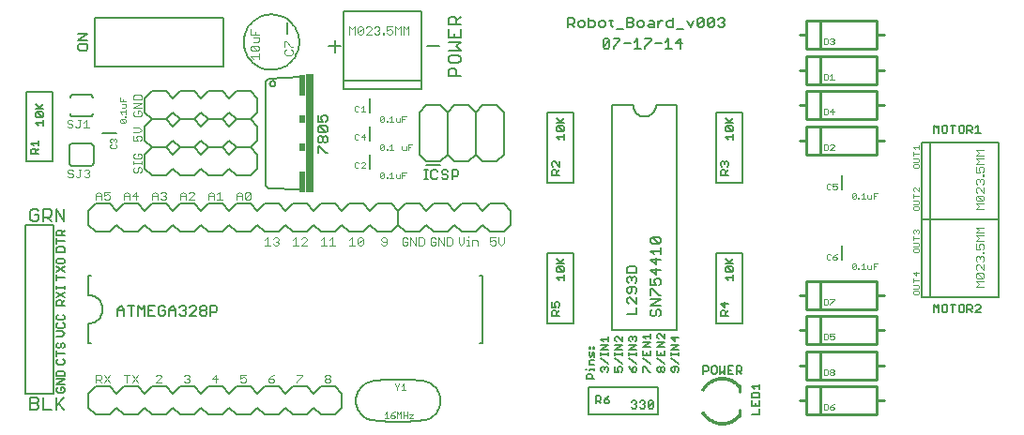
<source format=gto>
G75*
%MOIN*%
%OFA0B0*%
%FSLAX24Y24*%
%IPPOS*%
%LPD*%
%AMOC8*
5,1,8,0,0,1.08239X$1,22.5*
%
%ADD10C,0.0040*%
%ADD11C,0.0050*%
%ADD12C,0.0060*%
%ADD13C,0.0080*%
%ADD14C,0.0030*%
%ADD15R,0.0300X0.4200*%
%ADD16R,0.0200X0.0750*%
%ADD17R,0.0200X0.0300*%
%ADD18C,0.0100*%
%ADD19C,0.0010*%
D10*
X002950Y001825D02*
X002950Y002105D01*
X003090Y002105D01*
X003137Y002059D01*
X003137Y001965D01*
X003090Y001918D01*
X002950Y001918D01*
X003043Y001918D02*
X003137Y001825D01*
X003245Y001825D02*
X003431Y002105D01*
X003245Y002105D02*
X003431Y001825D01*
X003950Y002105D02*
X004137Y002105D01*
X004043Y002105D02*
X004043Y001825D01*
X004245Y001825D02*
X004431Y002105D01*
X004245Y002105D02*
X004431Y001825D01*
X005075Y001825D02*
X005262Y002012D01*
X005262Y002059D01*
X005215Y002105D01*
X005122Y002105D01*
X005075Y002059D01*
X005075Y001825D02*
X005262Y001825D01*
X006075Y001872D02*
X006122Y001825D01*
X006215Y001825D01*
X006262Y001872D01*
X006262Y001918D01*
X006215Y001965D01*
X006168Y001965D01*
X006215Y001965D02*
X006262Y002012D01*
X006262Y002059D01*
X006215Y002105D01*
X006122Y002105D01*
X006075Y002059D01*
X007075Y001965D02*
X007262Y001965D01*
X007215Y001825D02*
X007215Y002105D01*
X007075Y001965D01*
X008075Y001965D02*
X008168Y002012D01*
X008215Y002012D01*
X008262Y001965D01*
X008262Y001872D01*
X008215Y001825D01*
X008122Y001825D01*
X008075Y001872D01*
X008075Y001965D02*
X008075Y002105D01*
X008262Y002105D01*
X009075Y001965D02*
X009215Y001965D01*
X009262Y001918D01*
X009262Y001872D01*
X009215Y001825D01*
X009122Y001825D01*
X009075Y001872D01*
X009075Y001965D01*
X009168Y002059D01*
X009262Y002105D01*
X010075Y002105D02*
X010262Y002105D01*
X010262Y002059D01*
X010075Y001872D01*
X010075Y001825D01*
X011075Y001872D02*
X011122Y001825D01*
X011215Y001825D01*
X011262Y001872D01*
X011262Y001918D01*
X011215Y001965D01*
X011122Y001965D01*
X011075Y002012D01*
X011075Y002059D01*
X011122Y002105D01*
X011215Y002105D01*
X011262Y002059D01*
X011262Y002012D01*
X011215Y001965D01*
X011122Y001965D02*
X011075Y001918D01*
X011075Y001872D01*
X011043Y006700D02*
X011043Y006980D01*
X010950Y006887D01*
X010950Y006700D02*
X011137Y006700D01*
X011245Y006700D02*
X011431Y006700D01*
X011338Y006700D02*
X011338Y006980D01*
X011245Y006887D01*
X011950Y006887D02*
X012043Y006980D01*
X012043Y006700D01*
X011950Y006700D02*
X012137Y006700D01*
X012245Y006747D02*
X012431Y006934D01*
X012431Y006747D01*
X012385Y006700D01*
X012291Y006700D01*
X012245Y006747D01*
X012245Y006934D01*
X012291Y006980D01*
X012385Y006980D01*
X012431Y006934D01*
X013075Y006934D02*
X013075Y006887D01*
X013122Y006840D01*
X013262Y006840D01*
X013262Y006747D02*
X013262Y006934D01*
X013215Y006980D01*
X013122Y006980D01*
X013075Y006934D01*
X013075Y006747D02*
X013122Y006700D01*
X013215Y006700D01*
X013262Y006747D01*
X013825Y006747D02*
X013825Y006934D01*
X013872Y006980D01*
X013965Y006980D01*
X014012Y006934D01*
X014012Y006840D02*
X013918Y006840D01*
X014012Y006840D02*
X014012Y006747D01*
X013965Y006700D01*
X013872Y006700D01*
X013825Y006747D01*
X014120Y006700D02*
X014120Y006980D01*
X014306Y006700D01*
X014306Y006980D01*
X014414Y006980D02*
X014554Y006980D01*
X014601Y006934D01*
X014601Y006747D01*
X014554Y006700D01*
X014414Y006700D01*
X014414Y006980D01*
X014825Y006934D02*
X014825Y006747D01*
X014872Y006700D01*
X014965Y006700D01*
X015012Y006747D01*
X015012Y006840D01*
X014918Y006840D01*
X014825Y006934D02*
X014872Y006980D01*
X014965Y006980D01*
X015012Y006934D01*
X015120Y006980D02*
X015306Y006700D01*
X015306Y006980D01*
X015414Y006980D02*
X015554Y006980D01*
X015601Y006934D01*
X015601Y006747D01*
X015554Y006700D01*
X015414Y006700D01*
X015414Y006980D01*
X015120Y006980D02*
X015120Y006700D01*
X015825Y006793D02*
X015825Y006980D01*
X015825Y006793D02*
X015918Y006700D01*
X016012Y006793D01*
X016012Y006980D01*
X016120Y006887D02*
X016166Y006887D01*
X016166Y006700D01*
X016120Y006700D02*
X016213Y006700D01*
X016316Y006700D02*
X016316Y006887D01*
X016456Y006887D01*
X016503Y006840D01*
X016503Y006700D01*
X016950Y006747D02*
X016997Y006700D01*
X017090Y006700D01*
X017137Y006747D01*
X017137Y006840D01*
X017090Y006887D01*
X017043Y006887D01*
X016950Y006840D01*
X016950Y006980D01*
X017137Y006980D01*
X017245Y006980D02*
X017245Y006793D01*
X017338Y006700D01*
X017431Y006793D01*
X017431Y006980D01*
X016166Y007027D02*
X016166Y006980D01*
X010431Y006887D02*
X010431Y006934D01*
X010385Y006980D01*
X010291Y006980D01*
X010245Y006934D01*
X010431Y006887D02*
X010245Y006700D01*
X010431Y006700D01*
X010137Y006700D02*
X009950Y006700D01*
X010043Y006700D02*
X010043Y006980D01*
X009950Y006887D01*
X009431Y006887D02*
X009385Y006840D01*
X009431Y006793D01*
X009431Y006747D01*
X009385Y006700D01*
X009291Y006700D01*
X009245Y006747D01*
X009137Y006700D02*
X008950Y006700D01*
X009043Y006700D02*
X009043Y006980D01*
X008950Y006887D01*
X009245Y006934D02*
X009291Y006980D01*
X009385Y006980D01*
X009431Y006934D01*
X009431Y006887D01*
X009385Y006840D02*
X009338Y006840D01*
X008385Y008325D02*
X008291Y008325D01*
X008245Y008372D01*
X008431Y008559D01*
X008431Y008372D01*
X008385Y008325D01*
X008245Y008372D02*
X008245Y008559D01*
X008291Y008605D01*
X008385Y008605D01*
X008431Y008559D01*
X008137Y008512D02*
X008137Y008325D01*
X008137Y008465D02*
X007950Y008465D01*
X007950Y008512D02*
X008043Y008605D01*
X008137Y008512D01*
X007950Y008512D02*
X007950Y008325D01*
X007431Y008325D02*
X007245Y008325D01*
X007338Y008325D02*
X007338Y008605D01*
X007245Y008512D01*
X007137Y008512D02*
X007137Y008325D01*
X007137Y008465D02*
X006950Y008465D01*
X006950Y008512D02*
X007043Y008605D01*
X007137Y008512D01*
X006950Y008512D02*
X006950Y008325D01*
X006431Y008325D02*
X006245Y008325D01*
X006431Y008512D01*
X006431Y008559D01*
X006385Y008605D01*
X006291Y008605D01*
X006245Y008559D01*
X006137Y008512D02*
X006137Y008325D01*
X006137Y008465D02*
X005950Y008465D01*
X005950Y008512D02*
X006043Y008605D01*
X006137Y008512D01*
X005950Y008512D02*
X005950Y008325D01*
X005431Y008372D02*
X005385Y008325D01*
X005291Y008325D01*
X005245Y008372D01*
X005137Y008325D02*
X005137Y008512D01*
X005043Y008605D01*
X004950Y008512D01*
X004950Y008325D01*
X004950Y008465D02*
X005137Y008465D01*
X005245Y008559D02*
X005291Y008605D01*
X005385Y008605D01*
X005431Y008559D01*
X005431Y008512D01*
X005385Y008465D01*
X005431Y008418D01*
X005431Y008372D01*
X005385Y008465D02*
X005338Y008465D01*
X004431Y008465D02*
X004245Y008465D01*
X004385Y008605D01*
X004385Y008325D01*
X004137Y008325D02*
X004137Y008512D01*
X004043Y008605D01*
X003950Y008512D01*
X003950Y008325D01*
X003950Y008465D02*
X004137Y008465D01*
X003431Y008465D02*
X003431Y008372D01*
X003385Y008325D01*
X003291Y008325D01*
X003245Y008372D01*
X003245Y008465D02*
X003338Y008512D01*
X003385Y008512D01*
X003431Y008465D01*
X003431Y008605D02*
X003245Y008605D01*
X003245Y008465D01*
X003137Y008465D02*
X002950Y008465D01*
X002950Y008512D02*
X003043Y008605D01*
X003137Y008512D01*
X003137Y008325D01*
X002950Y008325D02*
X002950Y008512D01*
X002669Y009130D02*
X002576Y009130D01*
X002529Y009177D01*
X002623Y009270D02*
X002669Y009270D01*
X002716Y009223D01*
X002716Y009177D01*
X002669Y009130D01*
X002669Y009270D02*
X002716Y009317D01*
X002716Y009364D01*
X002669Y009410D01*
X002576Y009410D01*
X002529Y009364D01*
X002421Y009410D02*
X002328Y009410D01*
X002375Y009410D02*
X002375Y009177D01*
X002328Y009130D01*
X002281Y009130D01*
X002235Y009177D01*
X002127Y009177D02*
X002080Y009130D01*
X001987Y009130D01*
X001940Y009177D01*
X001987Y009270D02*
X002080Y009270D01*
X002127Y009223D01*
X002127Y009177D01*
X001987Y009270D02*
X001940Y009317D01*
X001940Y009364D01*
X001987Y009410D01*
X002080Y009410D01*
X002127Y009364D01*
X004285Y009342D02*
X004331Y009295D01*
X004378Y009295D01*
X004425Y009342D01*
X004425Y009435D01*
X004472Y009482D01*
X004518Y009482D01*
X004565Y009435D01*
X004565Y009342D01*
X004518Y009295D01*
X004285Y009342D02*
X004285Y009435D01*
X004331Y009482D01*
X004285Y009590D02*
X004285Y009683D01*
X004285Y009636D02*
X004565Y009636D01*
X004565Y009590D02*
X004565Y009683D01*
X004518Y009786D02*
X004565Y009833D01*
X004565Y009926D01*
X004518Y009973D01*
X004425Y009973D01*
X004425Y009879D01*
X004518Y009786D02*
X004331Y009786D01*
X004285Y009833D01*
X004285Y009926D01*
X004331Y009973D01*
X004285Y010420D02*
X004425Y010420D01*
X004378Y010513D01*
X004378Y010560D01*
X004425Y010607D01*
X004518Y010607D01*
X004565Y010560D01*
X004565Y010467D01*
X004518Y010420D01*
X004285Y010420D02*
X004285Y010607D01*
X004285Y010715D02*
X004472Y010715D01*
X004565Y010808D01*
X004472Y010901D01*
X004285Y010901D01*
X004331Y011295D02*
X004518Y011295D01*
X004565Y011342D01*
X004565Y011435D01*
X004518Y011482D01*
X004425Y011482D01*
X004425Y011388D01*
X004331Y011295D02*
X004285Y011342D01*
X004285Y011435D01*
X004331Y011482D01*
X004285Y011590D02*
X004565Y011776D01*
X004285Y011776D01*
X004285Y011884D02*
X004285Y012024D01*
X004331Y012071D01*
X004518Y012071D01*
X004565Y012024D01*
X004565Y011884D01*
X004285Y011884D01*
X004285Y011590D02*
X004565Y011590D01*
X002700Y010880D02*
X002513Y010880D01*
X002606Y010880D02*
X002606Y011160D01*
X002513Y011067D01*
X002405Y011160D02*
X002312Y011160D01*
X002358Y011160D02*
X002358Y010927D01*
X002312Y010880D01*
X002265Y010880D01*
X002218Y010927D01*
X002110Y010927D02*
X002064Y010880D01*
X001970Y010880D01*
X001924Y010927D01*
X001970Y011020D02*
X002064Y011020D01*
X002110Y010973D01*
X002110Y010927D01*
X001970Y011020D02*
X001924Y011067D01*
X001924Y011114D01*
X001970Y011160D01*
X002064Y011160D01*
X002110Y011114D01*
X008455Y013418D02*
X008735Y013418D01*
X008735Y013325D02*
X008735Y013512D01*
X008688Y013620D02*
X008501Y013806D01*
X008688Y013806D01*
X008735Y013760D01*
X008735Y013666D01*
X008688Y013620D01*
X008501Y013620D01*
X008455Y013666D01*
X008455Y013760D01*
X008501Y013806D01*
X008548Y013914D02*
X008688Y013914D01*
X008735Y013961D01*
X008735Y014101D01*
X008548Y014101D01*
X008595Y014209D02*
X008595Y014302D01*
X008735Y014209D02*
X008455Y014209D01*
X008455Y014396D01*
X009655Y013956D02*
X009655Y013770D01*
X009701Y013662D02*
X009655Y013615D01*
X009655Y013522D01*
X009701Y013475D01*
X009888Y013475D01*
X009935Y013522D01*
X009935Y013615D01*
X009888Y013662D01*
X009888Y013770D02*
X009935Y013770D01*
X009888Y013770D02*
X009701Y013956D01*
X009655Y013956D01*
X008548Y013325D02*
X008455Y013418D01*
X011950Y014200D02*
X011950Y014480D01*
X012043Y014387D01*
X012137Y014480D01*
X012137Y014200D01*
X012245Y014247D02*
X012431Y014434D01*
X012431Y014247D01*
X012385Y014200D01*
X012291Y014200D01*
X012245Y014247D01*
X012245Y014434D01*
X012291Y014480D01*
X012385Y014480D01*
X012431Y014434D01*
X012539Y014434D02*
X012586Y014480D01*
X012679Y014480D01*
X012726Y014434D01*
X012726Y014387D01*
X012539Y014200D01*
X012726Y014200D01*
X012834Y014247D02*
X012881Y014200D01*
X012974Y014200D01*
X013021Y014247D01*
X013021Y014293D01*
X012974Y014340D01*
X012927Y014340D01*
X012974Y014340D02*
X013021Y014387D01*
X013021Y014434D01*
X012974Y014480D01*
X012881Y014480D01*
X012834Y014434D01*
X013129Y014247D02*
X013175Y014247D01*
X013175Y014200D01*
X013129Y014200D01*
X013129Y014247D01*
X013276Y014247D02*
X013323Y014200D01*
X013416Y014200D01*
X013463Y014247D01*
X013463Y014340D01*
X013416Y014387D01*
X013369Y014387D01*
X013276Y014340D01*
X013276Y014480D01*
X013463Y014480D01*
X013571Y014480D02*
X013664Y014387D01*
X013757Y014480D01*
X013757Y014200D01*
X013865Y014200D02*
X013865Y014480D01*
X013959Y014387D01*
X014052Y014480D01*
X014052Y014200D01*
X013571Y014200D02*
X013571Y014480D01*
X031960Y010180D02*
X032027Y010113D01*
X031960Y010180D02*
X032160Y010180D01*
X032160Y010246D02*
X032160Y010113D01*
X032160Y009959D02*
X031960Y009959D01*
X031960Y010025D02*
X031960Y009892D01*
X031960Y009804D02*
X032127Y009804D01*
X032160Y009771D01*
X032160Y009704D01*
X032127Y009671D01*
X031960Y009671D01*
X031993Y009583D02*
X031960Y009550D01*
X031960Y009483D01*
X031993Y009450D01*
X032127Y009450D01*
X032160Y009483D01*
X032160Y009550D01*
X032127Y009583D01*
X031993Y009583D01*
X031993Y008746D02*
X031960Y008713D01*
X031960Y008646D01*
X031993Y008613D01*
X031960Y008525D02*
X031960Y008392D01*
X031960Y008459D02*
X032160Y008459D01*
X032160Y008613D02*
X032027Y008746D01*
X031993Y008746D01*
X032160Y008746D02*
X032160Y008613D01*
X032127Y008304D02*
X031960Y008304D01*
X031960Y008171D02*
X032127Y008171D01*
X032160Y008204D01*
X032160Y008271D01*
X032127Y008304D01*
X032127Y008083D02*
X031993Y008083D01*
X031960Y008050D01*
X031960Y007983D01*
X031993Y007950D01*
X032127Y007950D01*
X032160Y007983D01*
X032160Y008050D01*
X032127Y008083D01*
X032127Y007246D02*
X032160Y007213D01*
X032160Y007146D01*
X032127Y007113D01*
X032060Y007180D02*
X032060Y007213D01*
X032093Y007246D01*
X032127Y007246D01*
X032060Y007213D02*
X032027Y007246D01*
X031993Y007246D01*
X031960Y007213D01*
X031960Y007146D01*
X031993Y007113D01*
X031960Y007025D02*
X031960Y006892D01*
X031960Y006959D02*
X032160Y006959D01*
X032127Y006804D02*
X031960Y006804D01*
X031960Y006671D02*
X032127Y006671D01*
X032160Y006704D01*
X032160Y006771D01*
X032127Y006804D01*
X032127Y006583D02*
X031993Y006583D01*
X031960Y006550D01*
X031960Y006483D01*
X031993Y006450D01*
X032127Y006450D01*
X032160Y006483D01*
X032160Y006550D01*
X032127Y006583D01*
X032060Y005746D02*
X032060Y005613D01*
X031960Y005713D01*
X032160Y005713D01*
X032160Y005459D02*
X031960Y005459D01*
X031960Y005525D02*
X031960Y005392D01*
X031960Y005304D02*
X032127Y005304D01*
X032160Y005271D01*
X032160Y005204D01*
X032127Y005171D01*
X031960Y005171D01*
X031993Y005083D02*
X031960Y005050D01*
X031960Y004983D01*
X031993Y004950D01*
X032127Y004950D01*
X032160Y004983D01*
X032160Y005050D01*
X032127Y005083D01*
X031993Y005083D01*
D11*
X032705Y004600D02*
X032795Y004510D01*
X032885Y004600D01*
X032885Y004330D01*
X033000Y004375D02*
X033045Y004330D01*
X033135Y004330D01*
X033180Y004375D01*
X033180Y004555D01*
X033135Y004600D01*
X033045Y004600D01*
X033000Y004555D01*
X033000Y004375D01*
X032705Y004330D02*
X032705Y004600D01*
X033294Y004600D02*
X033474Y004600D01*
X033384Y004600D02*
X033384Y004330D01*
X033589Y004375D02*
X033634Y004330D01*
X033724Y004330D01*
X033769Y004375D01*
X033769Y004555D01*
X033724Y004600D01*
X033634Y004600D01*
X033589Y004555D01*
X033589Y004375D01*
X033884Y004330D02*
X033884Y004600D01*
X034019Y004600D01*
X034064Y004555D01*
X034064Y004465D01*
X034019Y004420D01*
X033884Y004420D01*
X033974Y004420D02*
X034064Y004330D01*
X034178Y004330D02*
X034358Y004510D01*
X034358Y004555D01*
X034313Y004600D01*
X034223Y004600D01*
X034178Y004555D01*
X034178Y004330D02*
X034358Y004330D01*
X026505Y001769D02*
X026505Y001589D01*
X026505Y001679D02*
X026235Y001679D01*
X026325Y001589D01*
X026280Y001474D02*
X026235Y001429D01*
X026235Y001294D01*
X026505Y001294D01*
X026505Y001429D01*
X026460Y001474D01*
X026280Y001474D01*
X026235Y001180D02*
X026235Y001000D01*
X026505Y001000D01*
X026505Y001180D01*
X026370Y001090D02*
X026370Y001000D01*
X026505Y000885D02*
X026505Y000705D01*
X026235Y000705D01*
X025876Y002143D02*
X025786Y002233D01*
X025831Y002233D02*
X025696Y002233D01*
X025696Y002143D02*
X025696Y002413D01*
X025831Y002413D01*
X025876Y002368D01*
X025876Y002278D01*
X025831Y002233D01*
X025582Y002143D02*
X025401Y002143D01*
X025401Y002413D01*
X025582Y002413D01*
X025492Y002278D02*
X025401Y002278D01*
X025287Y002143D02*
X025287Y002413D01*
X025107Y002413D02*
X025107Y002143D01*
X025197Y002233D01*
X025287Y002143D01*
X024992Y002188D02*
X024992Y002368D01*
X024947Y002413D01*
X024857Y002413D01*
X024812Y002368D01*
X024812Y002188D01*
X024857Y002143D01*
X024947Y002143D01*
X024992Y002188D01*
X024698Y002278D02*
X024698Y002368D01*
X024653Y002413D01*
X024518Y002413D01*
X024518Y002143D01*
X024518Y002233D02*
X024653Y002233D01*
X024698Y002278D01*
X023655Y002250D02*
X023655Y002340D01*
X023610Y002385D01*
X023430Y002385D01*
X023385Y002340D01*
X023385Y002250D01*
X023430Y002205D01*
X023475Y002205D01*
X023520Y002250D01*
X023520Y002385D01*
X023655Y002500D02*
X023385Y002680D01*
X023385Y002794D02*
X023385Y002884D01*
X023385Y002839D02*
X023655Y002839D01*
X023655Y002794D02*
X023655Y002884D01*
X023655Y002991D02*
X023385Y002991D01*
X023655Y003171D01*
X023385Y003171D01*
X023520Y003285D02*
X023520Y003466D01*
X023655Y003421D02*
X023385Y003421D01*
X023520Y003285D01*
X023155Y003269D02*
X022885Y003269D01*
X022930Y003384D02*
X022885Y003429D01*
X022885Y003519D01*
X022930Y003564D01*
X022975Y003564D01*
X023155Y003384D01*
X023155Y003564D01*
X022655Y003564D02*
X022655Y003384D01*
X022655Y003474D02*
X022385Y003474D01*
X022475Y003384D01*
X022385Y003269D02*
X022655Y003269D01*
X022385Y003089D01*
X022655Y003089D01*
X022655Y002974D02*
X022655Y002794D01*
X022385Y002794D01*
X022385Y002974D01*
X022520Y002884D02*
X022520Y002794D01*
X022385Y002680D02*
X022655Y002500D01*
X022430Y002385D02*
X022610Y002205D01*
X022655Y002205D01*
X022885Y002250D02*
X022885Y002340D01*
X022930Y002385D01*
X022975Y002385D01*
X023020Y002340D01*
X023020Y002250D01*
X022975Y002205D01*
X022930Y002205D01*
X022885Y002250D01*
X023020Y002250D02*
X023065Y002205D01*
X023110Y002205D01*
X023155Y002250D01*
X023155Y002340D01*
X023110Y002385D01*
X023065Y002385D01*
X023020Y002340D01*
X023155Y002500D02*
X022885Y002680D01*
X022885Y002794D02*
X023155Y002794D01*
X023155Y002974D01*
X023155Y003089D02*
X022885Y003089D01*
X023155Y003269D01*
X022885Y002974D02*
X022885Y002794D01*
X023020Y002794D02*
X023020Y002884D01*
X022430Y002385D02*
X022385Y002385D01*
X022385Y002205D01*
X022155Y002250D02*
X022155Y002340D01*
X022110Y002385D01*
X022065Y002385D01*
X022020Y002340D01*
X022020Y002205D01*
X022110Y002205D01*
X022155Y002250D01*
X022020Y002205D02*
X021930Y002295D01*
X021885Y002385D01*
X021655Y002340D02*
X021655Y002250D01*
X021610Y002205D01*
X021520Y002205D02*
X021475Y002295D01*
X021475Y002340D01*
X021520Y002385D01*
X021610Y002385D01*
X021655Y002340D01*
X021655Y002500D02*
X021385Y002680D01*
X021385Y002794D02*
X021385Y002884D01*
X021385Y002839D02*
X021655Y002839D01*
X021655Y002794D02*
X021655Y002884D01*
X021655Y002991D02*
X021385Y002991D01*
X021655Y003171D01*
X021385Y003171D01*
X021430Y003285D02*
X021385Y003330D01*
X021385Y003421D01*
X021430Y003466D01*
X021475Y003466D01*
X021655Y003285D01*
X021655Y003466D01*
X021885Y003421D02*
X021930Y003466D01*
X021975Y003466D01*
X022020Y003421D01*
X022065Y003466D01*
X022110Y003466D01*
X022155Y003421D01*
X022155Y003330D01*
X022110Y003285D01*
X022155Y003171D02*
X021885Y003171D01*
X021930Y003285D02*
X021885Y003330D01*
X021885Y003421D01*
X022020Y003421D02*
X022020Y003375D01*
X022155Y003171D02*
X021885Y002991D01*
X022155Y002991D01*
X022155Y002884D02*
X022155Y002794D01*
X022155Y002839D02*
X021885Y002839D01*
X021885Y002794D02*
X021885Y002884D01*
X021885Y002680D02*
X022155Y002500D01*
X021520Y002205D02*
X021385Y002205D01*
X021385Y002385D01*
X021155Y002340D02*
X021155Y002250D01*
X021110Y002205D01*
X021020Y002295D02*
X021020Y002340D01*
X021065Y002385D01*
X021110Y002385D01*
X021155Y002340D01*
X021020Y002340D02*
X020975Y002385D01*
X020930Y002385D01*
X020885Y002340D01*
X020885Y002250D01*
X020930Y002205D01*
X020655Y002250D02*
X020655Y002340D01*
X020655Y002295D02*
X020475Y002295D01*
X020475Y002250D01*
X020385Y002295D02*
X020340Y002295D01*
X020430Y002135D02*
X020520Y002135D01*
X020565Y002090D01*
X020565Y001955D01*
X020655Y001955D02*
X020385Y001955D01*
X020385Y002090D01*
X020430Y002135D01*
X020475Y002446D02*
X020475Y002581D01*
X020520Y002626D01*
X020655Y002626D01*
X020655Y002741D02*
X020655Y002876D01*
X020610Y002921D01*
X020565Y002876D01*
X020565Y002786D01*
X020520Y002741D01*
X020475Y002786D01*
X020475Y002921D01*
X020475Y003035D02*
X020520Y003035D01*
X020520Y003080D01*
X020475Y003080D01*
X020475Y003035D01*
X020610Y003035D02*
X020610Y003080D01*
X020655Y003080D01*
X020655Y003035D01*
X020610Y003035D01*
X020885Y002991D02*
X021155Y003171D01*
X020885Y003171D01*
X020975Y003285D02*
X020885Y003375D01*
X021155Y003375D01*
X021155Y003285D02*
X021155Y003466D01*
X021155Y002991D02*
X020885Y002991D01*
X020885Y002884D02*
X020885Y002794D01*
X020885Y002839D02*
X021155Y002839D01*
X021155Y002794D02*
X021155Y002884D01*
X020885Y002680D02*
X021155Y002500D01*
X020655Y002446D02*
X020475Y002446D01*
X020705Y001350D02*
X020840Y001350D01*
X020885Y001305D01*
X020885Y001215D01*
X020840Y001170D01*
X020705Y001170D01*
X020705Y001080D02*
X020705Y001350D01*
X020795Y001170D02*
X020885Y001080D01*
X021000Y001125D02*
X021045Y001080D01*
X021135Y001080D01*
X021180Y001125D01*
X021180Y001170D01*
X021135Y001215D01*
X021000Y001215D01*
X021000Y001125D01*
X021000Y001215D02*
X021090Y001305D01*
X021180Y001350D01*
X021971Y001135D02*
X022016Y001180D01*
X022106Y001180D01*
X022151Y001135D01*
X022151Y001090D01*
X022106Y001045D01*
X022151Y001000D01*
X022151Y000955D01*
X022106Y000910D01*
X022016Y000910D01*
X021971Y000955D01*
X022061Y001045D02*
X022106Y001045D01*
X022266Y000955D02*
X022311Y000910D01*
X022401Y000910D01*
X022446Y000955D01*
X022446Y001000D01*
X022401Y001045D01*
X022356Y001045D01*
X022401Y001045D02*
X022446Y001090D01*
X022446Y001135D01*
X022401Y001180D01*
X022311Y001180D01*
X022266Y001135D01*
X022560Y001135D02*
X022560Y000955D01*
X022741Y001135D01*
X022741Y000955D01*
X022695Y000910D01*
X022605Y000910D01*
X022560Y000955D01*
X022560Y001135D02*
X022605Y001180D01*
X022695Y001180D01*
X022741Y001135D01*
X023610Y002205D02*
X023655Y002250D01*
X022947Y004180D02*
X023005Y004238D01*
X023005Y004355D01*
X022947Y004414D01*
X022888Y004414D01*
X022830Y004355D01*
X022830Y004238D01*
X022771Y004180D01*
X022713Y004180D01*
X022655Y004238D01*
X022655Y004355D01*
X022713Y004414D01*
X022655Y004548D02*
X023005Y004782D01*
X022655Y004782D01*
X022655Y004917D02*
X022655Y005150D01*
X022713Y005150D01*
X022947Y004917D01*
X023005Y004917D01*
X022947Y005285D02*
X023005Y005343D01*
X023005Y005460D01*
X022947Y005518D01*
X022830Y005518D01*
X022771Y005460D01*
X022771Y005402D01*
X022830Y005285D01*
X022655Y005285D01*
X022655Y005518D01*
X022830Y005653D02*
X022830Y005887D01*
X022830Y006022D02*
X022830Y006255D01*
X022771Y006390D02*
X022655Y006507D01*
X023005Y006507D01*
X023005Y006623D02*
X023005Y006390D01*
X023005Y006197D02*
X022655Y006197D01*
X022830Y006022D01*
X023005Y005828D02*
X022655Y005828D01*
X022830Y005653D01*
X022155Y005728D02*
X022155Y005903D01*
X022097Y005962D01*
X021863Y005962D01*
X021805Y005903D01*
X021805Y005728D01*
X022155Y005728D01*
X022097Y005593D02*
X022155Y005535D01*
X022155Y005418D01*
X022097Y005360D01*
X022097Y005225D02*
X021863Y005225D01*
X021805Y005167D01*
X021805Y005050D01*
X021863Y004992D01*
X021921Y004992D01*
X021980Y005050D01*
X021980Y005225D01*
X022097Y005225D02*
X022155Y005167D01*
X022155Y005050D01*
X022097Y004992D01*
X022155Y004857D02*
X022155Y004623D01*
X021921Y004857D01*
X021863Y004857D01*
X021805Y004798D01*
X021805Y004682D01*
X021863Y004623D01*
X022155Y004489D02*
X022155Y004255D01*
X021805Y004255D01*
X022655Y004548D02*
X023005Y004548D01*
X021863Y005360D02*
X021805Y005418D01*
X021805Y005535D01*
X021863Y005593D01*
X021921Y005593D01*
X021980Y005535D01*
X022038Y005593D01*
X022097Y005593D01*
X021980Y005535D02*
X021980Y005477D01*
X019575Y005471D02*
X019575Y005651D01*
X019575Y005561D02*
X019305Y005561D01*
X019395Y005471D01*
X019350Y005766D02*
X019305Y005811D01*
X019305Y005901D01*
X019350Y005946D01*
X019530Y005766D01*
X019575Y005811D01*
X019575Y005901D01*
X019530Y005946D01*
X019350Y005946D01*
X019305Y006060D02*
X019575Y006060D01*
X019485Y006060D02*
X019305Y006241D01*
X019440Y006105D02*
X019575Y006241D01*
X019530Y005766D02*
X019350Y005766D01*
X019360Y004680D02*
X019405Y004635D01*
X019405Y004545D01*
X019360Y004500D01*
X019270Y004500D02*
X019225Y004590D01*
X019225Y004635D01*
X019270Y004680D01*
X019360Y004680D01*
X019270Y004500D02*
X019135Y004500D01*
X019135Y004680D01*
X019180Y004385D02*
X019270Y004385D01*
X019315Y004340D01*
X019315Y004205D01*
X019405Y004205D02*
X019135Y004205D01*
X019135Y004340D01*
X019180Y004385D01*
X019315Y004295D02*
X019405Y004385D01*
X022655Y006817D02*
X022713Y006758D01*
X022947Y006758D01*
X022713Y006992D01*
X022947Y006992D01*
X023005Y006933D01*
X023005Y006817D01*
X022947Y006758D01*
X022655Y006817D02*
X022655Y006933D01*
X022713Y006992D01*
X025305Y006241D02*
X025485Y006060D01*
X025440Y006105D02*
X025575Y006241D01*
X025575Y006060D02*
X025305Y006060D01*
X025350Y005946D02*
X025530Y005766D01*
X025575Y005811D01*
X025575Y005901D01*
X025530Y005946D01*
X025350Y005946D01*
X025305Y005901D01*
X025305Y005811D01*
X025350Y005766D01*
X025530Y005766D01*
X025575Y005651D02*
X025575Y005471D01*
X025575Y005561D02*
X025305Y005561D01*
X025395Y005471D01*
X025270Y004680D02*
X025270Y004500D01*
X025135Y004635D01*
X025405Y004635D01*
X025405Y004385D02*
X025315Y004295D01*
X025315Y004340D02*
X025315Y004205D01*
X025405Y004205D02*
X025135Y004205D01*
X025135Y004340D01*
X025180Y004385D01*
X025270Y004385D01*
X025315Y004340D01*
X025315Y009205D02*
X025315Y009340D01*
X025270Y009385D01*
X025180Y009385D01*
X025135Y009340D01*
X025135Y009205D01*
X025405Y009205D01*
X025315Y009295D02*
X025405Y009385D01*
X025360Y009500D02*
X025405Y009545D01*
X025405Y009635D01*
X025360Y009680D01*
X025315Y009680D01*
X025270Y009635D01*
X025270Y009590D01*
X025270Y009635D02*
X025225Y009680D01*
X025180Y009680D01*
X025135Y009635D01*
X025135Y009545D01*
X025180Y009500D01*
X025395Y010471D02*
X025305Y010561D01*
X025575Y010561D01*
X025575Y010471D02*
X025575Y010651D01*
X025530Y010766D02*
X025350Y010766D01*
X025305Y010811D01*
X025305Y010901D01*
X025350Y010946D01*
X025530Y010766D01*
X025575Y010811D01*
X025575Y010901D01*
X025530Y010946D01*
X025350Y010946D01*
X025305Y011060D02*
X025575Y011060D01*
X025485Y011060D02*
X025305Y011241D01*
X025440Y011105D02*
X025575Y011241D01*
X019575Y011241D02*
X019440Y011105D01*
X019485Y011060D02*
X019305Y011241D01*
X019305Y011060D02*
X019575Y011060D01*
X019530Y010946D02*
X019350Y010946D01*
X019530Y010766D01*
X019575Y010811D01*
X019575Y010901D01*
X019530Y010946D01*
X019350Y010946D02*
X019305Y010901D01*
X019305Y010811D01*
X019350Y010766D01*
X019530Y010766D01*
X019575Y010651D02*
X019575Y010471D01*
X019575Y010561D02*
X019305Y010561D01*
X019395Y010471D01*
X019405Y009680D02*
X019405Y009500D01*
X019225Y009680D01*
X019180Y009680D01*
X019135Y009635D01*
X019135Y009545D01*
X019180Y009500D01*
X019180Y009385D02*
X019270Y009385D01*
X019315Y009340D01*
X019315Y009205D01*
X019405Y009205D02*
X019135Y009205D01*
X019135Y009340D01*
X019180Y009385D01*
X019315Y009295D02*
X019405Y009385D01*
X011175Y009982D02*
X011117Y009982D01*
X010883Y010215D01*
X010825Y010215D01*
X010825Y009982D01*
X010883Y010350D02*
X010941Y010350D01*
X011000Y010408D01*
X011000Y010525D01*
X011058Y010584D01*
X011117Y010584D01*
X011175Y010525D01*
X011175Y010408D01*
X011117Y010350D01*
X011058Y010350D01*
X011000Y010408D01*
X011000Y010525D02*
X010941Y010584D01*
X010883Y010584D01*
X010825Y010525D01*
X010825Y010408D01*
X010883Y010350D01*
X010883Y010718D02*
X010825Y010777D01*
X010825Y010894D01*
X010883Y010952D01*
X011117Y010718D01*
X011175Y010777D01*
X011175Y010894D01*
X011117Y010952D01*
X010883Y010952D01*
X010825Y011087D02*
X011000Y011087D01*
X010941Y011203D01*
X010941Y011262D01*
X011000Y011320D01*
X011117Y011320D01*
X011175Y011262D01*
X011175Y011145D01*
X011117Y011087D01*
X010825Y011087D02*
X010825Y011320D01*
X010883Y010718D02*
X011117Y010718D01*
X009120Y012450D02*
X009122Y012470D01*
X009128Y012488D01*
X009137Y012506D01*
X009149Y012521D01*
X009164Y012533D01*
X009182Y012542D01*
X009200Y012548D01*
X009220Y012550D01*
X009240Y012548D01*
X009258Y012542D01*
X009276Y012533D01*
X009291Y012521D01*
X009303Y012506D01*
X009312Y012488D01*
X009318Y012470D01*
X009320Y012450D01*
X009318Y012430D01*
X009312Y012412D01*
X009303Y012394D01*
X009291Y012379D01*
X009276Y012367D01*
X009258Y012358D01*
X009240Y012352D01*
X009220Y012350D01*
X009200Y012352D01*
X009182Y012358D01*
X009164Y012367D01*
X009149Y012379D01*
X009137Y012394D01*
X009128Y012412D01*
X009122Y012430D01*
X009120Y012450D01*
X008980Y012530D02*
X009080Y012630D01*
X010230Y012680D01*
X008980Y012530D02*
X008980Y008830D01*
X009080Y008730D01*
X010230Y008680D01*
X001825Y007241D02*
X001735Y007150D01*
X001735Y007195D02*
X001735Y007060D01*
X001825Y007060D02*
X001555Y007060D01*
X001555Y007195D01*
X001600Y007241D01*
X001690Y007241D01*
X001735Y007195D01*
X001555Y006946D02*
X001555Y006766D01*
X001555Y006856D02*
X001825Y006856D01*
X001780Y006651D02*
X001600Y006651D01*
X001555Y006606D01*
X001555Y006471D01*
X001825Y006471D01*
X001825Y006606D01*
X001780Y006651D01*
X001780Y006241D02*
X001600Y006241D01*
X001555Y006195D01*
X001555Y006105D01*
X001600Y006060D01*
X001780Y006060D01*
X001825Y006105D01*
X001825Y006195D01*
X001780Y006241D01*
X001825Y005946D02*
X001555Y005766D01*
X001555Y005651D02*
X001555Y005471D01*
X001555Y005561D02*
X001825Y005561D01*
X001825Y005766D02*
X001555Y005946D01*
X001555Y005249D02*
X001555Y005159D01*
X001555Y005204D02*
X001825Y005204D01*
X001825Y005159D02*
X001825Y005249D01*
X001825Y005044D02*
X001555Y004864D01*
X001600Y004749D02*
X001690Y004749D01*
X001735Y004704D01*
X001735Y004569D01*
X001825Y004569D02*
X001555Y004569D01*
X001555Y004704D01*
X001600Y004749D01*
X001735Y004659D02*
X001825Y004749D01*
X001825Y004864D02*
X001555Y005044D01*
X001600Y004241D02*
X001555Y004195D01*
X001555Y004105D01*
X001600Y004060D01*
X001780Y004060D01*
X001825Y004105D01*
X001825Y004195D01*
X001780Y004241D01*
X001780Y003946D02*
X001825Y003901D01*
X001825Y003811D01*
X001780Y003766D01*
X001600Y003766D01*
X001555Y003811D01*
X001555Y003901D01*
X001600Y003946D01*
X001555Y003651D02*
X001735Y003651D01*
X001825Y003561D01*
X001735Y003471D01*
X001555Y003471D01*
X001600Y003241D02*
X001555Y003195D01*
X001555Y003105D01*
X001600Y003060D01*
X001645Y003060D01*
X001690Y003105D01*
X001690Y003195D01*
X001735Y003241D01*
X001780Y003241D01*
X001825Y003195D01*
X001825Y003105D01*
X001780Y003060D01*
X001825Y002856D02*
X001555Y002856D01*
X001555Y002766D02*
X001555Y002946D01*
X001600Y002651D02*
X001555Y002606D01*
X001555Y002516D01*
X001600Y002471D01*
X001780Y002471D01*
X001825Y002516D01*
X001825Y002606D01*
X001780Y002651D01*
X001780Y002241D02*
X001600Y002241D01*
X001555Y002195D01*
X001555Y002060D01*
X001825Y002060D01*
X001825Y002195D01*
X001780Y002241D01*
X001825Y001946D02*
X001555Y001946D01*
X001555Y001766D02*
X001825Y001946D01*
X001825Y001766D02*
X001555Y001766D01*
X001600Y001651D02*
X001555Y001606D01*
X001555Y001516D01*
X001600Y001471D01*
X001780Y001471D01*
X001825Y001516D01*
X001825Y001606D01*
X001780Y001651D01*
X001690Y001651D01*
X001690Y001561D01*
X001430Y001430D02*
X000430Y001430D01*
X000430Y007430D01*
X001430Y007430D01*
X001430Y001430D01*
X003705Y004205D02*
X003705Y004439D01*
X003822Y004555D01*
X003939Y004439D01*
X003939Y004205D01*
X003939Y004380D02*
X003705Y004380D01*
X004073Y004555D02*
X004307Y004555D01*
X004190Y004555D02*
X004190Y004205D01*
X004442Y004205D02*
X004442Y004555D01*
X004558Y004439D01*
X004675Y004555D01*
X004675Y004205D01*
X004810Y004205D02*
X005043Y004205D01*
X005178Y004263D02*
X005237Y004205D01*
X005353Y004205D01*
X005412Y004263D01*
X005412Y004380D01*
X005295Y004380D01*
X005178Y004497D02*
X005178Y004263D01*
X004927Y004380D02*
X004810Y004380D01*
X004810Y004555D02*
X004810Y004205D01*
X004810Y004555D02*
X005043Y004555D01*
X005178Y004497D02*
X005237Y004555D01*
X005353Y004555D01*
X005412Y004497D01*
X005547Y004439D02*
X005663Y004555D01*
X005780Y004439D01*
X005780Y004205D01*
X005915Y004263D02*
X005973Y004205D01*
X006090Y004205D01*
X006148Y004263D01*
X006148Y004322D01*
X006090Y004380D01*
X006032Y004380D01*
X006090Y004380D02*
X006148Y004439D01*
X006148Y004497D01*
X006090Y004555D01*
X005973Y004555D01*
X005915Y004497D01*
X005780Y004380D02*
X005547Y004380D01*
X005547Y004439D02*
X005547Y004205D01*
X006283Y004205D02*
X006517Y004439D01*
X006517Y004497D01*
X006458Y004555D01*
X006342Y004555D01*
X006283Y004497D01*
X006652Y004497D02*
X006652Y004439D01*
X006710Y004380D01*
X006827Y004380D01*
X006885Y004322D01*
X006885Y004263D01*
X006827Y004205D01*
X006710Y004205D01*
X006652Y004263D01*
X006652Y004322D01*
X006710Y004380D01*
X006827Y004380D02*
X006885Y004439D01*
X006885Y004497D01*
X006827Y004555D01*
X006710Y004555D01*
X006652Y004497D01*
X007020Y004555D02*
X007195Y004555D01*
X007253Y004497D01*
X007253Y004380D01*
X007195Y004322D01*
X007020Y004322D01*
X007020Y004205D02*
X007020Y004555D01*
X006517Y004205D02*
X006283Y004205D01*
X000905Y009955D02*
X000635Y009955D01*
X000635Y010090D01*
X000680Y010135D01*
X000770Y010135D01*
X000815Y010090D01*
X000815Y009955D01*
X000815Y010045D02*
X000905Y010135D01*
X000905Y010250D02*
X000905Y010430D01*
X000905Y010340D02*
X000635Y010340D01*
X000725Y010250D01*
X000895Y010971D02*
X000805Y011061D01*
X001075Y011061D01*
X001075Y010971D02*
X001075Y011151D01*
X001030Y011266D02*
X000850Y011446D01*
X001030Y011446D01*
X001075Y011401D01*
X001075Y011311D01*
X001030Y011266D01*
X000850Y011266D01*
X000805Y011311D01*
X000805Y011401D01*
X000850Y011446D01*
X000805Y011560D02*
X001075Y011560D01*
X000985Y011560D02*
X000805Y011741D01*
X000940Y011605D02*
X001075Y011741D01*
X002363Y013643D02*
X002597Y013643D01*
X002655Y013701D01*
X002655Y013818D01*
X002597Y013876D01*
X002363Y013876D01*
X002305Y013818D01*
X002305Y013701D01*
X002363Y013643D01*
X002305Y014011D02*
X002655Y014244D01*
X002305Y014244D01*
X002305Y014011D02*
X002655Y014011D01*
X032705Y010975D02*
X032705Y010705D01*
X032885Y010705D02*
X032885Y010975D01*
X032795Y010885D01*
X032705Y010975D01*
X033000Y010930D02*
X033000Y010750D01*
X033045Y010705D01*
X033135Y010705D01*
X033180Y010750D01*
X033180Y010930D01*
X033135Y010975D01*
X033045Y010975D01*
X033000Y010930D01*
X033294Y010975D02*
X033474Y010975D01*
X033384Y010975D02*
X033384Y010705D01*
X033589Y010750D02*
X033634Y010705D01*
X033724Y010705D01*
X033769Y010750D01*
X033769Y010930D01*
X033724Y010975D01*
X033634Y010975D01*
X033589Y010930D01*
X033589Y010750D01*
X033884Y010705D02*
X033884Y010975D01*
X034019Y010975D01*
X034064Y010930D01*
X034064Y010840D01*
X034019Y010795D01*
X033884Y010795D01*
X033974Y010795D02*
X034064Y010705D01*
X034178Y010705D02*
X034358Y010705D01*
X034268Y010705D02*
X034268Y010975D01*
X034178Y010885D01*
D12*
X025277Y014517D02*
X025221Y014460D01*
X025107Y014460D01*
X025051Y014517D01*
X024909Y014517D02*
X024852Y014460D01*
X024739Y014460D01*
X024682Y014517D01*
X024909Y014744D01*
X024909Y014517D01*
X024909Y014744D02*
X024852Y014800D01*
X024739Y014800D01*
X024682Y014744D01*
X024682Y014517D01*
X024541Y014517D02*
X024484Y014460D01*
X024371Y014460D01*
X024314Y014517D01*
X024541Y014744D01*
X024541Y014517D01*
X024541Y014744D02*
X024484Y014800D01*
X024371Y014800D01*
X024314Y014744D01*
X024314Y014517D01*
X024172Y014687D02*
X024059Y014460D01*
X023946Y014687D01*
X023436Y014687D02*
X023266Y014687D01*
X023209Y014630D01*
X023209Y014517D01*
X023266Y014460D01*
X023436Y014460D01*
X023436Y014800D01*
X023072Y014687D02*
X023015Y014687D01*
X022902Y014573D01*
X022902Y014460D02*
X022902Y014687D01*
X022761Y014630D02*
X022761Y014460D01*
X022590Y014460D01*
X022534Y014517D01*
X022590Y014573D01*
X022761Y014573D01*
X022761Y014630D02*
X022704Y014687D01*
X022590Y014687D01*
X022392Y014630D02*
X022336Y014687D01*
X022222Y014687D01*
X022165Y014630D01*
X022165Y014517D01*
X022222Y014460D01*
X022336Y014460D01*
X022392Y014517D01*
X022392Y014630D01*
X022024Y014573D02*
X022024Y014517D01*
X021967Y014460D01*
X021797Y014460D01*
X021797Y014800D01*
X021967Y014800D01*
X022024Y014744D01*
X022024Y014687D01*
X021967Y014630D01*
X021797Y014630D01*
X021967Y014630D02*
X022024Y014573D01*
X021656Y014403D02*
X021429Y014403D01*
X021297Y014460D02*
X021240Y014517D01*
X021240Y014744D01*
X021183Y014687D02*
X021297Y014687D01*
X021042Y014630D02*
X021042Y014517D01*
X020985Y014460D01*
X020872Y014460D01*
X020815Y014517D01*
X020815Y014630D01*
X020872Y014687D01*
X020985Y014687D01*
X021042Y014630D01*
X020673Y014630D02*
X020673Y014517D01*
X020617Y014460D01*
X020447Y014460D01*
X020447Y014800D01*
X020447Y014687D02*
X020617Y014687D01*
X020673Y014630D01*
X020305Y014630D02*
X020305Y014517D01*
X020248Y014460D01*
X020135Y014460D01*
X020078Y014517D01*
X020078Y014630D01*
X020135Y014687D01*
X020248Y014687D01*
X020305Y014630D01*
X019937Y014630D02*
X019880Y014573D01*
X019710Y014573D01*
X019710Y014460D02*
X019710Y014800D01*
X019880Y014800D01*
X019937Y014744D01*
X019937Y014630D01*
X019823Y014573D02*
X019937Y014460D01*
X020960Y013994D02*
X021017Y014050D01*
X021130Y014050D01*
X021187Y013994D01*
X020960Y013767D01*
X021017Y013710D01*
X021130Y013710D01*
X021187Y013767D01*
X021187Y013994D01*
X021328Y014050D02*
X021555Y014050D01*
X021555Y013994D01*
X021328Y013767D01*
X021328Y013710D01*
X020960Y013767D02*
X020960Y013994D01*
X021697Y013880D02*
X021923Y013880D01*
X022065Y013937D02*
X022178Y014050D01*
X022178Y013710D01*
X022065Y013710D02*
X022292Y013710D01*
X022433Y013710D02*
X022433Y013767D01*
X022660Y013994D01*
X022660Y014050D01*
X022433Y014050D01*
X022802Y013880D02*
X023028Y013880D01*
X023170Y013937D02*
X023283Y014050D01*
X023283Y013710D01*
X023170Y013710D02*
X023397Y013710D01*
X023538Y013880D02*
X023765Y013880D01*
X023708Y013710D02*
X023708Y014050D01*
X023538Y013880D01*
X023577Y014403D02*
X023804Y014403D01*
X025051Y014744D02*
X025107Y014800D01*
X025221Y014800D01*
X025277Y014744D01*
X025277Y014687D01*
X025221Y014630D01*
X025277Y014573D01*
X025277Y014517D01*
X025221Y014630D02*
X025164Y014630D01*
X023580Y011680D02*
X022830Y011680D01*
X022828Y011641D01*
X022822Y011602D01*
X022813Y011564D01*
X022800Y011527D01*
X022783Y011491D01*
X022763Y011458D01*
X022739Y011426D01*
X022713Y011397D01*
X022684Y011371D01*
X022652Y011347D01*
X022619Y011327D01*
X022583Y011310D01*
X022546Y011297D01*
X022508Y011288D01*
X022469Y011282D01*
X022430Y011280D01*
X022391Y011282D01*
X022352Y011288D01*
X022314Y011297D01*
X022277Y011310D01*
X022241Y011327D01*
X022208Y011347D01*
X022176Y011371D01*
X022147Y011397D01*
X022121Y011426D01*
X022097Y011458D01*
X022077Y011491D01*
X022060Y011527D01*
X022047Y011564D01*
X022038Y011602D01*
X022032Y011641D01*
X022030Y011680D01*
X021280Y011680D01*
X021280Y003680D01*
X023580Y003680D01*
X023580Y011680D01*
X015819Y009344D02*
X015819Y009230D01*
X015762Y009173D01*
X015592Y009173D01*
X015592Y009060D02*
X015592Y009400D01*
X015762Y009400D01*
X015819Y009344D01*
X015450Y009344D02*
X015394Y009400D01*
X015280Y009400D01*
X015223Y009344D01*
X015223Y009287D01*
X015280Y009230D01*
X015394Y009230D01*
X015450Y009173D01*
X015450Y009117D01*
X015394Y009060D01*
X015280Y009060D01*
X015223Y009117D01*
X015082Y009117D02*
X015025Y009060D01*
X014912Y009060D01*
X014855Y009117D01*
X014855Y009344D01*
X014912Y009400D01*
X015025Y009400D01*
X015082Y009344D01*
X014723Y009400D02*
X014610Y009400D01*
X014666Y009400D02*
X014666Y009060D01*
X014610Y009060D02*
X014723Y009060D01*
X002863Y009635D02*
X002863Y010225D01*
X002864Y010225D02*
X002860Y010244D01*
X002854Y010261D01*
X002844Y010278D01*
X002832Y010292D01*
X002817Y010304D01*
X002801Y010314D01*
X002783Y010320D01*
X002764Y010324D01*
X002745Y010324D01*
X002115Y010324D01*
X002096Y010324D01*
X002077Y010320D01*
X002059Y010314D01*
X002043Y010304D01*
X002028Y010292D01*
X002016Y010278D01*
X002006Y010261D01*
X002000Y010244D01*
X001996Y010225D01*
X001997Y010225D02*
X001997Y009635D01*
X001996Y009634D02*
X002000Y009616D01*
X002006Y009598D01*
X002016Y009581D01*
X002028Y009567D01*
X002043Y009554D01*
X002059Y009545D01*
X002077Y009539D01*
X002096Y009535D01*
X002115Y009535D01*
X002115Y009536D02*
X002745Y009536D01*
X002764Y009536D01*
X002783Y009540D01*
X002801Y009546D01*
X002817Y009556D01*
X002832Y009568D01*
X002844Y009582D01*
X002854Y009599D01*
X002860Y009616D01*
X002864Y009635D01*
D13*
X000830Y000870D02*
X000620Y000870D01*
X000620Y001290D01*
X000830Y001290D01*
X000900Y001220D01*
X000900Y001150D01*
X000830Y001080D01*
X000620Y001080D01*
X000830Y001080D02*
X000900Y001010D01*
X000900Y000940D01*
X000830Y000870D01*
X001080Y000870D02*
X001361Y000870D01*
X001541Y000870D02*
X001541Y001290D01*
X001611Y001080D02*
X001821Y000870D01*
X001541Y001010D02*
X001821Y001290D01*
X001080Y001290D02*
X001080Y000870D01*
X002680Y000930D02*
X002680Y001430D01*
X002930Y001680D01*
X003430Y001680D01*
X003680Y001430D01*
X003930Y001680D01*
X004430Y001680D01*
X004680Y001430D01*
X004930Y001680D01*
X005430Y001680D01*
X005680Y001430D01*
X005930Y001680D01*
X006430Y001680D01*
X006680Y001430D01*
X006930Y001680D01*
X007430Y001680D01*
X007680Y001430D01*
X007930Y001680D01*
X008430Y001680D01*
X008680Y001430D01*
X008930Y001680D01*
X009430Y001680D01*
X009680Y001430D01*
X009930Y001680D01*
X010430Y001680D01*
X010680Y001430D01*
X010930Y001680D01*
X011430Y001680D01*
X011680Y001430D01*
X011680Y000930D01*
X011430Y000680D01*
X010930Y000680D01*
X010680Y000930D01*
X010430Y000680D01*
X009930Y000680D01*
X009680Y000930D01*
X009430Y000680D01*
X008930Y000680D01*
X008680Y000930D01*
X008430Y000680D01*
X007930Y000680D01*
X007680Y000930D01*
X007430Y000680D01*
X006930Y000680D01*
X006680Y000930D01*
X006430Y000680D01*
X005930Y000680D01*
X005680Y000930D01*
X005430Y000680D01*
X004930Y000680D01*
X004680Y000930D01*
X004430Y000680D01*
X003930Y000680D01*
X003680Y000930D01*
X003430Y000680D01*
X002930Y000680D01*
X002680Y000930D01*
X002680Y003230D02*
X002780Y003230D01*
X002680Y003230D02*
X002680Y003930D01*
X002724Y003932D01*
X002767Y003938D01*
X002809Y003947D01*
X002851Y003960D01*
X002891Y003977D01*
X002930Y003997D01*
X002967Y004020D01*
X003001Y004047D01*
X003034Y004076D01*
X003063Y004109D01*
X003090Y004143D01*
X003113Y004180D01*
X003133Y004219D01*
X003150Y004259D01*
X003163Y004301D01*
X003172Y004343D01*
X003178Y004386D01*
X003180Y004430D01*
X003178Y004474D01*
X003172Y004517D01*
X003163Y004559D01*
X003150Y004601D01*
X003133Y004641D01*
X003113Y004680D01*
X003090Y004717D01*
X003063Y004751D01*
X003034Y004784D01*
X003001Y004813D01*
X002967Y004840D01*
X002930Y004863D01*
X002891Y004883D01*
X002851Y004900D01*
X002809Y004913D01*
X002767Y004922D01*
X002724Y004928D01*
X002680Y004930D01*
X002680Y005630D01*
X002780Y005630D01*
X002930Y007180D02*
X002680Y007430D01*
X002680Y007930D01*
X002930Y008180D01*
X003430Y008180D01*
X003680Y007930D01*
X003930Y008180D01*
X004430Y008180D01*
X004680Y007930D01*
X004930Y008180D01*
X005430Y008180D01*
X005680Y007930D01*
X005930Y008180D01*
X006430Y008180D01*
X006680Y007930D01*
X006930Y008180D01*
X007430Y008180D01*
X007680Y007930D01*
X007930Y008180D01*
X008430Y008180D01*
X008680Y007930D01*
X008930Y008180D01*
X009430Y008180D01*
X009680Y007930D01*
X009930Y008180D01*
X010430Y008180D01*
X010680Y007930D01*
X010930Y008180D01*
X011430Y008180D01*
X011680Y007930D01*
X011930Y008180D01*
X012430Y008180D01*
X012680Y007930D01*
X012930Y008180D01*
X013430Y008180D01*
X013680Y007930D01*
X013680Y007430D01*
X013430Y007180D01*
X012930Y007180D01*
X012680Y007430D01*
X012430Y007180D01*
X011930Y007180D01*
X011680Y007430D01*
X011430Y007180D01*
X010930Y007180D01*
X010680Y007430D01*
X010430Y007180D01*
X009930Y007180D01*
X009680Y007430D01*
X009430Y007180D01*
X008930Y007180D01*
X008680Y007430D01*
X008430Y007180D01*
X007930Y007180D01*
X007680Y007430D01*
X007430Y007180D01*
X006930Y007180D01*
X006680Y007430D01*
X006430Y007180D01*
X005930Y007180D01*
X005680Y007430D01*
X005430Y007180D01*
X004930Y007180D01*
X004680Y007430D01*
X004430Y007180D01*
X003930Y007180D01*
X003680Y007430D01*
X003430Y007180D01*
X002930Y007180D01*
X001821Y007570D02*
X001821Y007990D01*
X001541Y007990D02*
X001821Y007570D01*
X001541Y007570D02*
X001541Y007990D01*
X001361Y007920D02*
X001361Y007780D01*
X001291Y007710D01*
X001080Y007710D01*
X001080Y007570D02*
X001080Y007990D01*
X001291Y007990D01*
X001361Y007920D01*
X001221Y007710D02*
X001361Y007570D01*
X000900Y007640D02*
X000900Y007780D01*
X000760Y007780D01*
X000620Y007640D02*
X000690Y007570D01*
X000830Y007570D01*
X000900Y007640D01*
X000620Y007640D02*
X000620Y007920D01*
X000690Y007990D01*
X000830Y007990D01*
X000900Y007920D01*
X004680Y009430D02*
X004930Y009180D01*
X005430Y009180D01*
X005680Y009430D01*
X005930Y009180D01*
X006430Y009180D01*
X006680Y009430D01*
X006930Y009180D01*
X007430Y009180D01*
X007680Y009430D01*
X007930Y009180D01*
X008430Y009180D01*
X008680Y009430D01*
X008680Y009930D01*
X008430Y010180D01*
X008680Y010430D01*
X008680Y010930D01*
X008430Y011180D01*
X008680Y011430D01*
X008680Y011930D01*
X008430Y012180D01*
X007930Y012180D01*
X007680Y011930D01*
X007430Y012180D01*
X006930Y012180D01*
X006680Y011930D01*
X006430Y012180D01*
X005930Y012180D01*
X005680Y011930D01*
X005430Y012180D01*
X004930Y012180D01*
X004680Y011930D01*
X004680Y011430D01*
X004930Y011180D01*
X005430Y011180D01*
X005680Y011430D01*
X005930Y011180D01*
X006430Y011180D01*
X006680Y011430D01*
X006930Y011180D01*
X007430Y011180D01*
X007680Y011430D01*
X007930Y011180D01*
X008430Y011180D01*
X007930Y011180D01*
X007680Y010930D01*
X007430Y011180D01*
X006930Y011180D01*
X006680Y010930D01*
X006430Y011180D01*
X005930Y011180D01*
X005680Y010930D01*
X005430Y011180D01*
X004930Y011180D01*
X004680Y010930D01*
X004680Y010430D01*
X004930Y010180D01*
X005430Y010180D01*
X005680Y010430D01*
X005930Y010180D01*
X006430Y010180D01*
X006680Y010430D01*
X006930Y010180D01*
X007430Y010180D01*
X007680Y010430D01*
X007930Y010180D01*
X008430Y010180D01*
X007930Y010180D01*
X007680Y009930D01*
X007430Y010180D01*
X006930Y010180D01*
X006680Y009930D01*
X006430Y010180D01*
X005930Y010180D01*
X005680Y009930D01*
X005430Y010180D01*
X004930Y010180D01*
X004680Y009930D01*
X004680Y009430D01*
X003680Y010680D02*
X003180Y010680D01*
X002745Y011286D02*
X002115Y011286D01*
X002115Y011287D02*
X002099Y011292D01*
X002083Y011300D01*
X002069Y011310D01*
X002057Y011322D01*
X002047Y011337D01*
X002040Y011353D01*
X002036Y011370D01*
X002035Y011387D01*
X002037Y011405D01*
X002745Y011287D02*
X002761Y011292D01*
X002777Y011300D01*
X002791Y011310D01*
X002803Y011322D01*
X002813Y011337D01*
X002820Y011353D01*
X002824Y011370D01*
X002825Y011387D01*
X002823Y011405D01*
X002823Y011955D02*
X002825Y011973D01*
X002824Y011990D01*
X002820Y012007D01*
X002813Y012023D01*
X002803Y012038D01*
X002791Y012050D01*
X002777Y012060D01*
X002761Y012068D01*
X002745Y012073D01*
X002745Y012074D02*
X002115Y012074D01*
X002115Y012073D02*
X002099Y012068D01*
X002083Y012060D01*
X002069Y012050D01*
X002057Y012038D01*
X002047Y012023D01*
X002040Y012007D01*
X002036Y011990D01*
X002035Y011973D01*
X002037Y011955D01*
X001402Y012170D02*
X001402Y009690D01*
X000458Y009690D01*
X000458Y012170D01*
X001402Y012170D01*
X002891Y013074D02*
X007469Y013074D01*
X007469Y014786D01*
X002891Y014786D01*
X002891Y013074D01*
X008196Y013930D02*
X008198Y013992D01*
X008204Y014055D01*
X008214Y014116D01*
X008228Y014177D01*
X008245Y014237D01*
X008266Y014296D01*
X008292Y014353D01*
X008320Y014408D01*
X008352Y014462D01*
X008388Y014513D01*
X008426Y014563D01*
X008468Y014609D01*
X008512Y014653D01*
X008560Y014694D01*
X008609Y014732D01*
X008661Y014766D01*
X008715Y014797D01*
X008771Y014825D01*
X008829Y014849D01*
X008888Y014870D01*
X008948Y014886D01*
X009009Y014899D01*
X009071Y014908D01*
X009133Y014913D01*
X009196Y014914D01*
X009258Y014911D01*
X009320Y014904D01*
X009382Y014893D01*
X009442Y014878D01*
X009502Y014860D01*
X009560Y014838D01*
X009617Y014812D01*
X009672Y014782D01*
X009725Y014749D01*
X009776Y014713D01*
X009824Y014674D01*
X009870Y014631D01*
X009913Y014586D01*
X009953Y014538D01*
X009990Y014488D01*
X010024Y014435D01*
X010055Y014381D01*
X010081Y014325D01*
X010105Y014267D01*
X010124Y014207D01*
X010140Y014147D01*
X010152Y014085D01*
X010160Y014024D01*
X010164Y013961D01*
X010164Y013899D01*
X010160Y013836D01*
X010152Y013775D01*
X010140Y013713D01*
X010124Y013653D01*
X010105Y013593D01*
X010081Y013535D01*
X010055Y013479D01*
X010024Y013425D01*
X009990Y013372D01*
X009953Y013322D01*
X009913Y013274D01*
X009870Y013229D01*
X009824Y013186D01*
X009776Y013147D01*
X009725Y013111D01*
X009672Y013078D01*
X009617Y013048D01*
X009560Y013022D01*
X009502Y013000D01*
X009442Y012982D01*
X009382Y012967D01*
X009320Y012956D01*
X009258Y012949D01*
X009196Y012946D01*
X009133Y012947D01*
X009071Y012952D01*
X009009Y012961D01*
X008948Y012974D01*
X008888Y012990D01*
X008829Y013011D01*
X008771Y013035D01*
X008715Y013063D01*
X008661Y013094D01*
X008609Y013128D01*
X008560Y013166D01*
X008512Y013207D01*
X008468Y013251D01*
X008426Y013297D01*
X008388Y013347D01*
X008352Y013398D01*
X008320Y013452D01*
X008292Y013507D01*
X008266Y013564D01*
X008245Y013623D01*
X008228Y013683D01*
X008214Y013744D01*
X008204Y013805D01*
X008198Y013868D01*
X008196Y013930D01*
X009730Y014230D02*
X009730Y014630D01*
X011427Y013987D02*
X011427Y013573D01*
X011220Y013780D02*
X011634Y013780D01*
X011741Y012578D02*
X014497Y012578D01*
X014497Y012263D01*
X011741Y012263D01*
X011741Y012578D01*
X011741Y015019D01*
X014497Y015019D01*
X014497Y012578D01*
X015470Y012720D02*
X015470Y012930D01*
X015540Y013000D01*
X015680Y013000D01*
X015750Y012930D01*
X015750Y012720D01*
X015890Y012720D02*
X015470Y012720D01*
X015540Y013180D02*
X015820Y013180D01*
X015890Y013250D01*
X015890Y013391D01*
X015820Y013461D01*
X015540Y013461D01*
X015470Y013391D01*
X015470Y013250D01*
X015540Y013180D01*
X015470Y013641D02*
X015890Y013641D01*
X015750Y013781D01*
X015890Y013921D01*
X015470Y013921D01*
X015470Y014101D02*
X015890Y014101D01*
X015890Y014381D01*
X015890Y014562D02*
X015470Y014562D01*
X015470Y014772D01*
X015540Y014842D01*
X015680Y014842D01*
X015750Y014772D01*
X015750Y014562D01*
X015750Y014702D02*
X015890Y014842D01*
X015470Y014381D02*
X015470Y014101D01*
X015680Y014101D02*
X015680Y014241D01*
X015134Y013780D02*
X014720Y013780D01*
X012680Y011930D02*
X012680Y011430D01*
X012680Y010930D02*
X012680Y010430D01*
X012680Y009930D02*
X012680Y009430D01*
X014430Y009930D02*
X014430Y011430D01*
X014680Y011680D01*
X015180Y011680D01*
X015430Y011430D01*
X015430Y009930D01*
X015680Y009680D01*
X016180Y009680D01*
X016430Y009930D01*
X016430Y011430D01*
X016680Y011680D01*
X017180Y011680D01*
X017430Y011430D01*
X017430Y009930D01*
X017180Y009680D01*
X016680Y009680D01*
X016430Y009930D01*
X015430Y009930D02*
X015180Y009680D01*
X014680Y009680D01*
X014430Y009930D01*
X014680Y009548D02*
X015180Y009548D01*
X014580Y000480D02*
X014401Y000462D01*
X014221Y000448D01*
X014041Y000438D01*
X013860Y000432D01*
X013680Y000430D01*
X013500Y000432D01*
X013319Y000438D01*
X013139Y000448D01*
X012959Y000462D01*
X012780Y000480D01*
X012780Y001880D02*
X012959Y001898D01*
X013139Y001912D01*
X013319Y001922D01*
X013500Y001928D01*
X013680Y001930D01*
X013860Y001928D01*
X014041Y001922D01*
X014221Y001912D01*
X014401Y001898D01*
X014580Y001880D01*
X014632Y001870D01*
X014683Y001856D01*
X014733Y001838D01*
X014781Y001817D01*
X014828Y001792D01*
X014872Y001764D01*
X014915Y001732D01*
X014955Y001698D01*
X014992Y001660D01*
X015026Y001620D01*
X015058Y001578D01*
X015086Y001533D01*
X015110Y001486D01*
X015131Y001438D01*
X015149Y001388D01*
X015162Y001337D01*
X015172Y001285D01*
X015178Y001233D01*
X015180Y001180D01*
X015178Y001127D01*
X015172Y001075D01*
X015162Y001023D01*
X015149Y000972D01*
X015131Y000922D01*
X015110Y000874D01*
X015086Y000827D01*
X015058Y000782D01*
X015026Y000740D01*
X014992Y000700D01*
X014955Y000662D01*
X014915Y000628D01*
X014872Y000596D01*
X014828Y000568D01*
X014781Y000543D01*
X014733Y000522D01*
X014683Y000504D01*
X014632Y000490D01*
X014580Y000480D01*
X012780Y000480D02*
X012728Y000490D01*
X012677Y000504D01*
X012627Y000522D01*
X012579Y000543D01*
X012532Y000568D01*
X012488Y000596D01*
X012445Y000628D01*
X012405Y000662D01*
X012368Y000700D01*
X012334Y000740D01*
X012302Y000782D01*
X012274Y000827D01*
X012250Y000874D01*
X012229Y000922D01*
X012211Y000972D01*
X012198Y001023D01*
X012188Y001075D01*
X012182Y001127D01*
X012180Y001180D01*
X012182Y001233D01*
X012188Y001285D01*
X012198Y001337D01*
X012211Y001388D01*
X012229Y001438D01*
X012250Y001486D01*
X012274Y001533D01*
X012302Y001578D01*
X012334Y001620D01*
X012368Y001660D01*
X012405Y001698D01*
X012445Y001732D01*
X012488Y001764D01*
X012532Y001792D01*
X012579Y001817D01*
X012627Y001838D01*
X012677Y001856D01*
X012728Y001870D01*
X012780Y001880D01*
X016580Y003230D02*
X016680Y003230D01*
X016680Y005630D01*
X016580Y005630D01*
X018958Y006420D02*
X019902Y006420D01*
X019902Y003940D01*
X018958Y003940D01*
X018958Y006420D01*
X017680Y007430D02*
X017430Y007180D01*
X016930Y007180D01*
X016680Y007430D01*
X016430Y007180D01*
X015930Y007180D01*
X015680Y007430D01*
X015430Y007180D01*
X014930Y007180D01*
X014680Y007430D01*
X014430Y007180D01*
X013930Y007180D01*
X013680Y007430D01*
X013680Y007930D01*
X013930Y008180D01*
X014430Y008180D01*
X014680Y007930D01*
X014930Y008180D01*
X015430Y008180D01*
X015680Y007930D01*
X015930Y008180D01*
X016430Y008180D01*
X016680Y007930D01*
X016930Y008180D01*
X017430Y008180D01*
X017680Y007930D01*
X017680Y007430D01*
X018958Y008940D02*
X018958Y011420D01*
X019902Y011420D01*
X019902Y008940D01*
X018958Y008940D01*
X016430Y011430D02*
X016180Y011680D01*
X015680Y011680D01*
X015430Y011430D01*
X024958Y011420D02*
X024958Y008940D01*
X025902Y008940D01*
X025902Y011420D01*
X024958Y011420D01*
X029430Y009180D02*
X029430Y008680D01*
X032263Y007619D02*
X032578Y007619D01*
X032578Y004863D01*
X032263Y004863D01*
X032263Y007619D01*
X032263Y007613D02*
X032263Y010369D01*
X032578Y010369D01*
X032578Y007613D01*
X032263Y007613D01*
X032578Y007613D02*
X035019Y007613D01*
X035019Y010369D01*
X032578Y010369D01*
X032578Y007619D02*
X035019Y007619D01*
X035019Y004863D01*
X032578Y004863D01*
X029430Y006180D02*
X029430Y006680D01*
X025902Y006420D02*
X025902Y003940D01*
X024958Y003940D01*
X024958Y006420D01*
X025902Y006420D01*
X022920Y001652D02*
X020440Y001652D01*
X020440Y000708D01*
X022920Y000708D01*
X022920Y001652D01*
D14*
X028795Y002095D02*
X028900Y002095D01*
X028935Y002130D01*
X028935Y002270D01*
X028900Y002305D01*
X028795Y002305D01*
X028795Y002095D01*
X029016Y002130D02*
X029016Y002165D01*
X029051Y002200D01*
X029121Y002200D01*
X029156Y002165D01*
X029156Y002130D01*
X029121Y002095D01*
X029051Y002095D01*
X029016Y002130D01*
X029051Y002200D02*
X029016Y002235D01*
X029016Y002270D01*
X029051Y002305D01*
X029121Y002305D01*
X029156Y002270D01*
X029156Y002235D01*
X029121Y002200D01*
X029121Y003345D02*
X029051Y003345D01*
X029016Y003380D01*
X029016Y003450D02*
X029086Y003485D01*
X029121Y003485D01*
X029156Y003450D01*
X029156Y003380D01*
X029121Y003345D01*
X029016Y003450D02*
X029016Y003555D01*
X029156Y003555D01*
X028935Y003520D02*
X028900Y003555D01*
X028795Y003555D01*
X028795Y003345D01*
X028900Y003345D01*
X028935Y003380D01*
X028935Y003520D01*
X028900Y004595D02*
X028935Y004630D01*
X028935Y004770D01*
X028900Y004805D01*
X028795Y004805D01*
X028795Y004595D01*
X028900Y004595D01*
X029016Y004595D02*
X029016Y004630D01*
X029156Y004770D01*
X029156Y004805D01*
X029016Y004805D01*
X029830Y005845D02*
X029795Y005880D01*
X029935Y006020D01*
X029935Y005880D01*
X029900Y005845D01*
X029830Y005845D01*
X029795Y005880D02*
X029795Y006020D01*
X029830Y006055D01*
X029900Y006055D01*
X029935Y006020D01*
X030016Y005880D02*
X030051Y005880D01*
X030051Y005845D01*
X030016Y005845D01*
X030016Y005880D01*
X030126Y005845D02*
X030267Y005845D01*
X030197Y005845D02*
X030197Y006055D01*
X030126Y005985D01*
X030347Y005985D02*
X030347Y005880D01*
X030382Y005845D01*
X030488Y005845D01*
X030488Y005985D01*
X030568Y005950D02*
X030639Y005950D01*
X030568Y006055D02*
X030709Y006055D01*
X030568Y006055D02*
X030568Y005845D01*
X029256Y006230D02*
X029256Y006265D01*
X029221Y006300D01*
X029116Y006300D01*
X029116Y006230D01*
X029151Y006195D01*
X029221Y006195D01*
X029256Y006230D01*
X029186Y006370D02*
X029116Y006300D01*
X029186Y006370D02*
X029256Y006405D01*
X029035Y006370D02*
X029000Y006405D01*
X028930Y006405D01*
X028895Y006370D01*
X028895Y006230D01*
X028930Y006195D01*
X029000Y006195D01*
X029035Y006230D01*
X029830Y008345D02*
X029795Y008380D01*
X029935Y008520D01*
X029935Y008380D01*
X029900Y008345D01*
X029830Y008345D01*
X029795Y008380D02*
X029795Y008520D01*
X029830Y008555D01*
X029900Y008555D01*
X029935Y008520D01*
X030016Y008380D02*
X030051Y008380D01*
X030051Y008345D01*
X030016Y008345D01*
X030016Y008380D01*
X030126Y008345D02*
X030267Y008345D01*
X030197Y008345D02*
X030197Y008555D01*
X030126Y008485D01*
X030347Y008485D02*
X030347Y008380D01*
X030382Y008345D01*
X030488Y008345D01*
X030488Y008485D01*
X030568Y008450D02*
X030639Y008450D01*
X030568Y008555D02*
X030709Y008555D01*
X030568Y008555D02*
X030568Y008345D01*
X029256Y008730D02*
X029221Y008695D01*
X029151Y008695D01*
X029116Y008730D01*
X029116Y008800D02*
X029186Y008835D01*
X029221Y008835D01*
X029256Y008800D01*
X029256Y008730D01*
X029116Y008800D02*
X029116Y008905D01*
X029256Y008905D01*
X029035Y008870D02*
X029000Y008905D01*
X028930Y008905D01*
X028895Y008870D01*
X028895Y008730D01*
X028930Y008695D01*
X029000Y008695D01*
X029035Y008730D01*
X029016Y010095D02*
X029156Y010235D01*
X029156Y010270D01*
X029121Y010305D01*
X029051Y010305D01*
X029016Y010270D01*
X028935Y010270D02*
X028935Y010130D01*
X028900Y010095D01*
X028795Y010095D01*
X028795Y010305D01*
X028900Y010305D01*
X028935Y010270D01*
X029016Y010095D02*
X029156Y010095D01*
X029121Y011345D02*
X029121Y011555D01*
X029016Y011450D01*
X029156Y011450D01*
X028935Y011380D02*
X028900Y011345D01*
X028795Y011345D01*
X028795Y011555D01*
X028900Y011555D01*
X028935Y011520D01*
X028935Y011380D01*
X028900Y012595D02*
X028935Y012630D01*
X028935Y012770D01*
X028900Y012805D01*
X028795Y012805D01*
X028795Y012595D01*
X028900Y012595D01*
X029016Y012595D02*
X029156Y012595D01*
X029086Y012595D02*
X029086Y012805D01*
X029016Y012735D01*
X029051Y013845D02*
X029016Y013880D01*
X029051Y013845D02*
X029121Y013845D01*
X029156Y013880D01*
X029156Y013915D01*
X029121Y013950D01*
X029086Y013950D01*
X029121Y013950D02*
X029156Y013985D01*
X029156Y014020D01*
X029121Y014055D01*
X029051Y014055D01*
X029016Y014020D01*
X028935Y014020D02*
X028935Y013880D01*
X028900Y013845D01*
X028795Y013845D01*
X028795Y014055D01*
X028900Y014055D01*
X028935Y014020D01*
X034195Y010094D02*
X034485Y010094D01*
X034485Y009900D02*
X034195Y009900D01*
X034292Y009997D01*
X034195Y010094D01*
X034195Y009799D02*
X034485Y009799D01*
X034485Y009606D02*
X034195Y009606D01*
X034292Y009702D01*
X034195Y009799D01*
X034195Y009505D02*
X034195Y009311D01*
X034340Y009311D01*
X034292Y009408D01*
X034292Y009456D01*
X034340Y009505D01*
X034437Y009505D01*
X034485Y009456D01*
X034485Y009359D01*
X034437Y009311D01*
X034437Y009212D02*
X034485Y009212D01*
X034485Y009164D01*
X034437Y009164D01*
X034437Y009212D01*
X034437Y009063D02*
X034485Y009014D01*
X034485Y008917D01*
X034437Y008869D01*
X034485Y008768D02*
X034485Y008574D01*
X034292Y008768D01*
X034243Y008768D01*
X034195Y008720D01*
X034195Y008623D01*
X034243Y008574D01*
X034243Y008473D02*
X034437Y008280D01*
X034485Y008328D01*
X034485Y008425D01*
X034437Y008473D01*
X034243Y008473D01*
X034195Y008425D01*
X034195Y008328D01*
X034243Y008280D01*
X034437Y008280D01*
X034485Y008179D02*
X034195Y008179D01*
X034292Y008082D01*
X034195Y007985D01*
X034485Y007985D01*
X034485Y007344D02*
X034195Y007344D01*
X034292Y007247D01*
X034195Y007150D01*
X034485Y007150D01*
X034485Y007049D02*
X034195Y007049D01*
X034292Y006952D01*
X034195Y006856D01*
X034485Y006856D01*
X034437Y006755D02*
X034485Y006706D01*
X034485Y006609D01*
X034437Y006561D01*
X034340Y006561D02*
X034292Y006658D01*
X034292Y006706D01*
X034340Y006755D01*
X034437Y006755D01*
X034340Y006561D02*
X034195Y006561D01*
X034195Y006755D01*
X034437Y006462D02*
X034485Y006462D01*
X034485Y006414D01*
X034437Y006414D01*
X034437Y006462D01*
X034437Y006313D02*
X034485Y006264D01*
X034485Y006167D01*
X034437Y006119D01*
X034485Y006018D02*
X034485Y005824D01*
X034292Y006018D01*
X034243Y006018D01*
X034195Y005970D01*
X034195Y005873D01*
X034243Y005824D01*
X034243Y005723D02*
X034437Y005530D01*
X034485Y005578D01*
X034485Y005675D01*
X034437Y005723D01*
X034243Y005723D01*
X034195Y005675D01*
X034195Y005578D01*
X034243Y005530D01*
X034437Y005530D01*
X034485Y005429D02*
X034195Y005429D01*
X034292Y005332D01*
X034195Y005235D01*
X034485Y005235D01*
X034243Y006119D02*
X034195Y006167D01*
X034195Y006264D01*
X034243Y006313D01*
X034292Y006313D01*
X034340Y006264D01*
X034388Y006313D01*
X034437Y006313D01*
X034340Y006264D02*
X034340Y006216D01*
X034243Y008869D02*
X034195Y008917D01*
X034195Y009014D01*
X034243Y009063D01*
X034292Y009063D01*
X034340Y009014D01*
X034388Y009063D01*
X034437Y009063D01*
X034340Y009014D02*
X034340Y008966D01*
X029156Y001055D02*
X029086Y001020D01*
X029016Y000950D01*
X029121Y000950D01*
X029156Y000915D01*
X029156Y000880D01*
X029121Y000845D01*
X029051Y000845D01*
X029016Y000880D01*
X029016Y000950D01*
X028935Y000880D02*
X028935Y001020D01*
X028900Y001055D01*
X028795Y001055D01*
X028795Y000845D01*
X028900Y000845D01*
X028935Y000880D01*
X014219Y000710D02*
X014079Y000570D01*
X014219Y000570D01*
X014219Y000710D02*
X014079Y000710D01*
X013998Y000675D02*
X013858Y000675D01*
X013858Y000570D02*
X013858Y000780D01*
X013777Y000780D02*
X013707Y000710D01*
X013637Y000780D01*
X013637Y000570D01*
X013556Y000605D02*
X013556Y000640D01*
X013521Y000675D01*
X013416Y000675D01*
X013416Y000605D01*
X013451Y000570D01*
X013521Y000570D01*
X013556Y000605D01*
X013486Y000745D02*
X013416Y000675D01*
X013486Y000745D02*
X013556Y000780D01*
X013777Y000780D02*
X013777Y000570D01*
X013998Y000570D02*
X013998Y000780D01*
X013335Y000570D02*
X013195Y000570D01*
X013265Y000570D02*
X013265Y000780D01*
X013195Y000710D01*
X013640Y001570D02*
X013640Y001675D01*
X013710Y001745D01*
X013710Y001780D01*
X013791Y001710D02*
X013861Y001780D01*
X013861Y001570D01*
X013791Y001570D02*
X013931Y001570D01*
X013640Y001675D02*
X013570Y001745D01*
X013570Y001780D01*
X013517Y009095D02*
X013376Y009095D01*
X013447Y009095D02*
X013447Y009305D01*
X013376Y009235D01*
X013301Y009130D02*
X013301Y009095D01*
X013266Y009095D01*
X013266Y009130D01*
X013301Y009130D01*
X013185Y009130D02*
X013150Y009095D01*
X013080Y009095D01*
X013045Y009130D01*
X013185Y009270D01*
X013185Y009130D01*
X013045Y009130D02*
X013045Y009270D01*
X013080Y009305D01*
X013150Y009305D01*
X013185Y009270D01*
X013597Y009235D02*
X013597Y009130D01*
X013632Y009095D01*
X013738Y009095D01*
X013738Y009235D01*
X013818Y009200D02*
X013889Y009200D01*
X013818Y009305D02*
X013959Y009305D01*
X013818Y009305D02*
X013818Y009095D01*
X012506Y009445D02*
X012366Y009445D01*
X012506Y009585D01*
X012506Y009620D01*
X012471Y009655D01*
X012401Y009655D01*
X012366Y009620D01*
X012285Y009620D02*
X012250Y009655D01*
X012180Y009655D01*
X012145Y009620D01*
X012145Y009480D01*
X012180Y009445D01*
X012250Y009445D01*
X012285Y009480D01*
X013045Y010130D02*
X013185Y010270D01*
X013185Y010130D01*
X013150Y010095D01*
X013080Y010095D01*
X013045Y010130D01*
X013045Y010270D01*
X013080Y010305D01*
X013150Y010305D01*
X013185Y010270D01*
X013266Y010130D02*
X013301Y010130D01*
X013301Y010095D01*
X013266Y010095D01*
X013266Y010130D01*
X013376Y010095D02*
X013517Y010095D01*
X013447Y010095D02*
X013447Y010305D01*
X013376Y010235D01*
X013818Y010235D02*
X013818Y010130D01*
X013853Y010095D01*
X013959Y010095D01*
X013959Y010235D01*
X014039Y010200D02*
X014110Y010200D01*
X014039Y010305D02*
X014180Y010305D01*
X014039Y010305D02*
X014039Y010095D01*
X012506Y010550D02*
X012366Y010550D01*
X012471Y010655D01*
X012471Y010445D01*
X012285Y010480D02*
X012250Y010445D01*
X012180Y010445D01*
X012145Y010480D01*
X012145Y010620D01*
X012180Y010655D01*
X012250Y010655D01*
X012285Y010620D01*
X013045Y011130D02*
X013185Y011270D01*
X013185Y011130D01*
X013150Y011095D01*
X013080Y011095D01*
X013045Y011130D01*
X013045Y011270D01*
X013080Y011305D01*
X013150Y011305D01*
X013185Y011270D01*
X013266Y011130D02*
X013301Y011130D01*
X013301Y011095D01*
X013266Y011095D01*
X013266Y011130D01*
X013376Y011095D02*
X013517Y011095D01*
X013447Y011095D02*
X013447Y011305D01*
X013376Y011235D01*
X013597Y011235D02*
X013597Y011130D01*
X013632Y011095D01*
X013738Y011095D01*
X013738Y011235D01*
X013818Y011200D02*
X013889Y011200D01*
X013818Y011305D02*
X013959Y011305D01*
X013818Y011305D02*
X013818Y011095D01*
X012506Y011445D02*
X012366Y011445D01*
X012436Y011445D02*
X012436Y011655D01*
X012366Y011585D01*
X012285Y011620D02*
X012250Y011655D01*
X012180Y011655D01*
X012145Y011620D01*
X012145Y011480D01*
X012180Y011445D01*
X012250Y011445D01*
X012285Y011480D01*
X004015Y011447D02*
X003805Y011447D01*
X003875Y011376D01*
X003980Y011301D02*
X004015Y011301D01*
X004015Y011266D01*
X003980Y011266D01*
X003980Y011301D01*
X004015Y011376D02*
X004015Y011517D01*
X003980Y011597D02*
X003875Y011597D01*
X003980Y011597D02*
X004015Y011632D01*
X004015Y011738D01*
X003875Y011738D01*
X003910Y011818D02*
X003910Y011889D01*
X003805Y011818D02*
X003805Y011959D01*
X003805Y011818D02*
X004015Y011818D01*
X003980Y011185D02*
X003840Y011185D01*
X003980Y011045D01*
X004015Y011080D01*
X004015Y011150D01*
X003980Y011185D01*
X003980Y011045D02*
X003840Y011045D01*
X003805Y011080D01*
X003805Y011150D01*
X003840Y011185D01*
X003630Y010506D02*
X003665Y010471D01*
X003665Y010401D01*
X003630Y010366D01*
X003630Y010285D02*
X003665Y010250D01*
X003665Y010180D01*
X003630Y010145D01*
X003490Y010145D01*
X003455Y010180D01*
X003455Y010250D01*
X003490Y010285D01*
X003490Y010366D02*
X003455Y010401D01*
X003455Y010471D01*
X003490Y010506D01*
X003525Y010506D01*
X003560Y010471D01*
X003595Y010506D01*
X003630Y010506D01*
X003560Y010471D02*
X003560Y010436D01*
D15*
X010530Y010680D03*
D16*
X010280Y008955D03*
X010280Y012405D03*
D17*
X010280Y011180D03*
X010280Y010180D03*
D18*
X027930Y010430D02*
X028180Y010430D01*
X028180Y009930D01*
X028680Y009930D01*
X028680Y010930D01*
X028180Y010930D01*
X028180Y010430D01*
X028680Y009930D02*
X030680Y009930D01*
X030680Y010430D01*
X030930Y010430D01*
X030680Y010430D02*
X030680Y010930D01*
X028680Y010930D01*
X028680Y011180D02*
X028680Y012180D01*
X028180Y012180D01*
X028180Y011680D01*
X027930Y011680D01*
X028180Y011680D02*
X028180Y011180D01*
X028680Y011180D01*
X030680Y011180D01*
X030680Y011680D01*
X030930Y011680D01*
X030680Y011680D02*
X030680Y012180D01*
X028680Y012180D01*
X028680Y012430D02*
X028680Y013430D01*
X028180Y013430D01*
X028180Y012930D01*
X027930Y012930D01*
X028180Y012930D02*
X028180Y012430D01*
X028680Y012430D01*
X030680Y012430D01*
X030680Y012930D01*
X030930Y012930D01*
X030680Y012930D02*
X030680Y013430D01*
X028680Y013430D01*
X028680Y013680D02*
X028180Y013680D01*
X028180Y014180D01*
X027930Y014180D01*
X028180Y014180D02*
X028180Y014680D01*
X028680Y014680D01*
X028680Y013680D01*
X030680Y013680D01*
X030680Y014180D01*
X030930Y014180D01*
X030680Y014180D02*
X030680Y014680D01*
X028680Y014680D01*
X028680Y005430D02*
X028180Y005430D01*
X028180Y004930D01*
X027930Y004930D01*
X028180Y004930D02*
X028180Y004430D01*
X028680Y004430D01*
X028680Y005430D01*
X030680Y005430D01*
X030680Y004930D01*
X030930Y004930D01*
X030680Y004930D02*
X030680Y004430D01*
X028680Y004430D01*
X028680Y004180D02*
X028680Y003180D01*
X030680Y003180D01*
X030680Y003680D01*
X030930Y003680D01*
X030680Y003680D02*
X030680Y004180D01*
X028680Y004180D01*
X028180Y004180D01*
X028180Y003680D01*
X027930Y003680D01*
X028180Y003680D02*
X028180Y003180D01*
X028680Y003180D01*
X028680Y002930D02*
X028680Y001930D01*
X030680Y001930D01*
X030680Y002430D01*
X030930Y002430D01*
X030680Y002430D02*
X030680Y002930D01*
X028680Y002930D01*
X028180Y002930D01*
X028180Y002430D01*
X027930Y002430D01*
X028180Y002430D02*
X028180Y001930D01*
X028680Y001930D01*
X028680Y001680D02*
X028180Y001680D01*
X028180Y001180D01*
X027930Y001180D01*
X028180Y001180D02*
X028180Y000680D01*
X028680Y000680D01*
X028680Y001680D01*
X030680Y001680D01*
X030680Y001180D01*
X030930Y001180D01*
X030680Y001180D02*
X030680Y000680D01*
X028680Y000680D01*
X025800Y000670D02*
X025800Y000850D01*
X025800Y001490D02*
X025800Y001690D01*
D19*
X025175Y002024D02*
X025175Y001934D01*
X025175Y001935D02*
X025121Y001933D01*
X025068Y001927D01*
X025015Y001917D01*
X024963Y001903D01*
X024912Y001886D01*
X024863Y001865D01*
X024815Y001841D01*
X024769Y001813D01*
X024725Y001782D01*
X024683Y001748D01*
X024644Y001712D01*
X024607Y001672D01*
X024574Y001630D01*
X024543Y001586D01*
X024516Y001540D01*
X024437Y001582D01*
X024465Y001631D01*
X024497Y001677D01*
X024532Y001722D01*
X024569Y001764D01*
X024610Y001804D01*
X024653Y001840D01*
X024698Y001874D01*
X024745Y001905D01*
X024795Y001932D01*
X024846Y001956D01*
X024898Y001977D01*
X024952Y001994D01*
X025007Y002007D01*
X025062Y002017D01*
X025119Y002023D01*
X025175Y002025D01*
X025175Y002016D01*
X025119Y002014D01*
X025064Y002008D01*
X025009Y001998D01*
X024954Y001985D01*
X024901Y001968D01*
X024849Y001948D01*
X024799Y001924D01*
X024750Y001897D01*
X024703Y001867D01*
X024658Y001833D01*
X024616Y001797D01*
X024576Y001758D01*
X024539Y001716D01*
X024504Y001672D01*
X024473Y001626D01*
X024445Y001578D01*
X024453Y001574D01*
X024481Y001621D01*
X024512Y001667D01*
X024546Y001710D01*
X024582Y001752D01*
X024622Y001790D01*
X024664Y001826D01*
X024708Y001859D01*
X024754Y001889D01*
X024803Y001916D01*
X024853Y001939D01*
X024904Y001960D01*
X024957Y001976D01*
X025010Y001989D01*
X025065Y001999D01*
X025120Y002005D01*
X025175Y002007D01*
X025175Y001998D01*
X025120Y001996D01*
X025066Y001990D01*
X025012Y001981D01*
X024959Y001968D01*
X024907Y001951D01*
X024856Y001931D01*
X024807Y001908D01*
X024759Y001881D01*
X024713Y001852D01*
X024669Y001819D01*
X024628Y001784D01*
X024589Y001745D01*
X024552Y001705D01*
X024519Y001662D01*
X024488Y001616D01*
X024461Y001569D01*
X024469Y001565D01*
X024496Y001612D01*
X024526Y001656D01*
X024559Y001699D01*
X024595Y001739D01*
X024634Y001777D01*
X024675Y001812D01*
X024718Y001844D01*
X024764Y001874D01*
X024811Y001900D01*
X024860Y001923D01*
X024910Y001943D01*
X024962Y001959D01*
X025014Y001972D01*
X025067Y001981D01*
X025121Y001987D01*
X025175Y001989D01*
X025175Y001980D01*
X025122Y001978D01*
X025069Y001972D01*
X025016Y001963D01*
X024964Y001950D01*
X024913Y001934D01*
X024863Y001915D01*
X024815Y001892D01*
X024768Y001866D01*
X024724Y001837D01*
X024681Y001805D01*
X024640Y001770D01*
X024602Y001733D01*
X024566Y001693D01*
X024533Y001651D01*
X024503Y001607D01*
X024476Y001561D01*
X024484Y001557D01*
X024511Y001602D01*
X024541Y001646D01*
X024573Y001687D01*
X024608Y001727D01*
X024646Y001764D01*
X024686Y001798D01*
X024729Y001830D01*
X024773Y001858D01*
X024819Y001884D01*
X024867Y001906D01*
X024916Y001926D01*
X024966Y001942D01*
X025018Y001954D01*
X025070Y001963D01*
X025122Y001969D01*
X025175Y001971D01*
X025175Y001962D01*
X025119Y001960D01*
X025064Y001953D01*
X025009Y001943D01*
X024955Y001929D01*
X024903Y001911D01*
X024851Y001890D01*
X024802Y001864D01*
X024754Y001836D01*
X024708Y001804D01*
X024665Y001769D01*
X024625Y001731D01*
X024587Y001690D01*
X024552Y001646D01*
X024521Y001600D01*
X024492Y001552D01*
X024500Y001548D01*
X024528Y001596D01*
X024559Y001641D01*
X024594Y001684D01*
X024631Y001724D01*
X024671Y001762D01*
X024714Y001797D01*
X024759Y001828D01*
X024806Y001857D01*
X024855Y001881D01*
X024906Y001903D01*
X024958Y001920D01*
X025011Y001934D01*
X025065Y001944D01*
X025120Y001951D01*
X025175Y001953D01*
X025175Y001944D01*
X025121Y001942D01*
X025067Y001936D01*
X025013Y001926D01*
X024961Y001912D01*
X024909Y001894D01*
X024859Y001873D01*
X024810Y001849D01*
X024764Y001821D01*
X024719Y001789D01*
X024677Y001755D01*
X024638Y001718D01*
X024601Y001678D01*
X024567Y001636D01*
X024536Y001591D01*
X024508Y001544D01*
X024449Y000757D02*
X024527Y000802D01*
X024527Y000801D02*
X024555Y000757D01*
X024586Y000715D01*
X024619Y000675D01*
X024655Y000637D01*
X024694Y000602D01*
X024735Y000570D01*
X024779Y000540D01*
X024824Y000514D01*
X024871Y000491D01*
X024919Y000471D01*
X024969Y000455D01*
X025019Y000442D01*
X025071Y000433D01*
X025123Y000427D01*
X025175Y000425D01*
X025176Y000336D01*
X025175Y000335D01*
X025120Y000337D01*
X025066Y000343D01*
X025011Y000352D01*
X024958Y000365D01*
X024906Y000381D01*
X024854Y000400D01*
X024804Y000423D01*
X024756Y000449D01*
X024709Y000478D01*
X024665Y000510D01*
X024622Y000545D01*
X024582Y000583D01*
X024545Y000623D01*
X024510Y000665D01*
X024478Y000710D01*
X024449Y000756D01*
X024457Y000761D01*
X024485Y000715D01*
X024517Y000671D01*
X024552Y000629D01*
X024589Y000589D01*
X024628Y000552D01*
X024670Y000517D01*
X024714Y000486D01*
X024760Y000457D01*
X024808Y000431D01*
X024858Y000409D01*
X024908Y000389D01*
X024960Y000373D01*
X025013Y000361D01*
X025067Y000352D01*
X025121Y000346D01*
X025175Y000344D01*
X025175Y000353D01*
X025121Y000355D01*
X025068Y000361D01*
X025015Y000370D01*
X024963Y000382D01*
X024911Y000398D01*
X024861Y000417D01*
X024812Y000439D01*
X024765Y000465D01*
X024719Y000493D01*
X024676Y000525D01*
X024634Y000559D01*
X024595Y000595D01*
X024558Y000635D01*
X024524Y000676D01*
X024493Y000720D01*
X024464Y000765D01*
X024472Y000770D01*
X024502Y000722D01*
X024536Y000676D01*
X024572Y000633D01*
X024612Y000592D01*
X024654Y000554D01*
X024698Y000519D01*
X024745Y000487D01*
X024794Y000459D01*
X024845Y000434D01*
X024898Y000412D01*
X024951Y000395D01*
X025006Y000381D01*
X025062Y000371D01*
X025118Y000364D01*
X025175Y000362D01*
X025175Y000371D01*
X025119Y000373D01*
X025063Y000379D01*
X025008Y000389D01*
X024954Y000403D01*
X024901Y000421D01*
X024849Y000442D01*
X024798Y000467D01*
X024750Y000495D01*
X024704Y000526D01*
X024659Y000561D01*
X024618Y000598D01*
X024579Y000639D01*
X024543Y000681D01*
X024510Y000727D01*
X024480Y000774D01*
X024488Y000779D01*
X024517Y000732D01*
X024550Y000687D01*
X024586Y000645D01*
X024624Y000605D01*
X024665Y000568D01*
X024709Y000533D01*
X024755Y000502D01*
X024803Y000475D01*
X024852Y000450D01*
X024904Y000429D01*
X024956Y000412D01*
X025010Y000398D01*
X025065Y000388D01*
X025120Y000382D01*
X025175Y000380D01*
X025175Y000389D01*
X025120Y000391D01*
X025066Y000397D01*
X025012Y000407D01*
X024959Y000421D01*
X024907Y000438D01*
X024856Y000458D01*
X024807Y000483D01*
X024760Y000510D01*
X024714Y000541D01*
X024671Y000574D01*
X024630Y000611D01*
X024592Y000651D01*
X024557Y000693D01*
X024525Y000737D01*
X024496Y000783D01*
X024504Y000788D01*
X024532Y000742D01*
X024564Y000698D01*
X024599Y000657D01*
X024637Y000618D01*
X024677Y000581D01*
X024719Y000548D01*
X024764Y000518D01*
X024811Y000490D01*
X024860Y000467D01*
X024910Y000446D01*
X024961Y000429D01*
X025014Y000416D01*
X025067Y000406D01*
X025121Y000400D01*
X025175Y000398D01*
X025175Y000407D01*
X025122Y000409D01*
X025068Y000415D01*
X025016Y000425D01*
X024964Y000438D01*
X024913Y000455D01*
X024863Y000475D01*
X024815Y000498D01*
X024769Y000525D01*
X024725Y000555D01*
X024683Y000588D01*
X024643Y000624D01*
X024606Y000663D01*
X024571Y000704D01*
X024540Y000747D01*
X024511Y000792D01*
X024519Y000797D01*
X024547Y000752D01*
X024578Y000709D01*
X024612Y000669D01*
X024649Y000631D01*
X024688Y000595D01*
X024730Y000563D01*
X024774Y000533D01*
X024820Y000506D01*
X024867Y000483D01*
X024916Y000463D01*
X024966Y000446D01*
X025018Y000433D01*
X025070Y000424D01*
X025122Y000418D01*
X025175Y000416D01*
X025184Y000336D02*
X025184Y000426D01*
X025185Y000425D02*
X025239Y000427D01*
X025292Y000433D01*
X025345Y000443D01*
X025397Y000457D01*
X025448Y000474D01*
X025498Y000495D01*
X025546Y000519D01*
X025592Y000547D01*
X025636Y000578D01*
X025677Y000612D01*
X025717Y000649D01*
X025753Y000688D01*
X025821Y000631D01*
X025822Y000630D01*
X025784Y000589D01*
X025744Y000551D01*
X025701Y000515D01*
X025656Y000482D01*
X025609Y000452D01*
X025561Y000426D01*
X025510Y000402D01*
X025458Y000382D01*
X025405Y000366D01*
X025351Y000352D01*
X025296Y000343D01*
X025241Y000337D01*
X025185Y000335D01*
X025185Y000344D01*
X025240Y000346D01*
X025295Y000352D01*
X025349Y000361D01*
X025403Y000374D01*
X025455Y000391D01*
X025507Y000410D01*
X025557Y000434D01*
X025605Y000460D01*
X025651Y000490D01*
X025696Y000522D01*
X025738Y000557D01*
X025778Y000596D01*
X025815Y000636D01*
X025808Y000642D01*
X025771Y000602D01*
X025732Y000564D01*
X025690Y000529D01*
X025646Y000497D01*
X025600Y000468D01*
X025552Y000442D01*
X025503Y000419D01*
X025452Y000399D01*
X025400Y000383D01*
X025347Y000370D01*
X025294Y000361D01*
X025239Y000355D01*
X025185Y000353D01*
X025185Y000362D01*
X025239Y000364D01*
X025292Y000370D01*
X025345Y000379D01*
X025398Y000392D01*
X025449Y000408D01*
X025500Y000427D01*
X025548Y000450D01*
X025596Y000475D01*
X025641Y000504D01*
X025685Y000536D01*
X025726Y000571D01*
X025765Y000608D01*
X025801Y000648D01*
X025794Y000654D01*
X025758Y000614D01*
X025720Y000577D01*
X025679Y000543D01*
X025636Y000512D01*
X025591Y000483D01*
X025544Y000458D01*
X025496Y000435D01*
X025446Y000416D01*
X025395Y000400D01*
X025344Y000388D01*
X025291Y000379D01*
X025238Y000373D01*
X025185Y000371D01*
X025185Y000380D01*
X025238Y000382D01*
X025290Y000388D01*
X025342Y000397D01*
X025393Y000409D01*
X025443Y000425D01*
X025493Y000444D01*
X025540Y000466D01*
X025587Y000491D01*
X025631Y000519D01*
X025673Y000550D01*
X025714Y000584D01*
X025752Y000621D01*
X025787Y000659D01*
X025781Y000665D01*
X025745Y000627D01*
X025708Y000591D01*
X025668Y000557D01*
X025626Y000527D01*
X025582Y000499D01*
X025536Y000474D01*
X025489Y000452D01*
X025440Y000433D01*
X025391Y000418D01*
X025340Y000405D01*
X025289Y000397D01*
X025237Y000391D01*
X025185Y000389D01*
X025185Y000398D01*
X025241Y000400D01*
X025296Y000407D01*
X025351Y000417D01*
X025405Y000431D01*
X025458Y000449D01*
X025509Y000471D01*
X025559Y000496D01*
X025607Y000525D01*
X025652Y000557D01*
X025695Y000592D01*
X025736Y000630D01*
X025774Y000671D01*
X025767Y000677D01*
X025730Y000636D01*
X025689Y000599D01*
X025647Y000564D01*
X025602Y000532D01*
X025554Y000504D01*
X025505Y000479D01*
X025454Y000457D01*
X025402Y000440D01*
X025349Y000426D01*
X025295Y000416D01*
X025240Y000409D01*
X025185Y000407D01*
X025185Y000416D01*
X025239Y000418D01*
X025293Y000424D01*
X025347Y000434D01*
X025400Y000448D01*
X025451Y000466D01*
X025501Y000487D01*
X025550Y000512D01*
X025597Y000540D01*
X025641Y000571D01*
X025683Y000605D01*
X025723Y000643D01*
X025760Y000683D01*
X025825Y001724D02*
X025756Y001667D01*
X025757Y001667D02*
X025720Y001707D01*
X025681Y001745D01*
X025639Y001779D01*
X025595Y001811D01*
X025549Y001839D01*
X025500Y001864D01*
X025450Y001885D01*
X025399Y001903D01*
X025346Y001916D01*
X025293Y001926D01*
X025239Y001933D01*
X025185Y001935D01*
X025184Y002024D01*
X025185Y002025D01*
X025241Y002023D01*
X025297Y002017D01*
X025352Y002007D01*
X025407Y001994D01*
X025460Y001977D01*
X025513Y001957D01*
X025564Y001933D01*
X025613Y001906D01*
X025660Y001875D01*
X025705Y001842D01*
X025748Y001806D01*
X025788Y001767D01*
X025826Y001725D01*
X025819Y001719D01*
X025782Y001760D01*
X025742Y001799D01*
X025700Y001835D01*
X025655Y001868D01*
X025608Y001898D01*
X025560Y001925D01*
X025509Y001948D01*
X025457Y001969D01*
X025404Y001985D01*
X025350Y001998D01*
X025296Y002008D01*
X025241Y002014D01*
X025185Y002016D01*
X025185Y002007D01*
X025240Y002005D01*
X025295Y001999D01*
X025349Y001990D01*
X025402Y001977D01*
X025454Y001960D01*
X025506Y001940D01*
X025555Y001917D01*
X025604Y001890D01*
X025650Y001861D01*
X025694Y001828D01*
X025736Y001792D01*
X025775Y001754D01*
X025812Y001713D01*
X025805Y001708D01*
X025769Y001748D01*
X025730Y001786D01*
X025688Y001821D01*
X025645Y001853D01*
X025599Y001883D01*
X025551Y001909D01*
X025502Y001932D01*
X025452Y001952D01*
X025400Y001968D01*
X025347Y001981D01*
X025293Y001990D01*
X025239Y001996D01*
X025185Y001998D01*
X025185Y001989D01*
X025239Y001987D01*
X025292Y001981D01*
X025345Y001972D01*
X025397Y001959D01*
X025449Y001943D01*
X025499Y001924D01*
X025547Y001901D01*
X025594Y001875D01*
X025640Y001846D01*
X025683Y001814D01*
X025724Y001779D01*
X025762Y001742D01*
X025798Y001702D01*
X025791Y001696D01*
X025756Y001735D01*
X025718Y001772D01*
X025677Y001807D01*
X025634Y001838D01*
X025590Y001867D01*
X025543Y001893D01*
X025495Y001915D01*
X025446Y001935D01*
X025395Y001951D01*
X025343Y001963D01*
X025291Y001972D01*
X025238Y001978D01*
X025185Y001980D01*
X025185Y001971D01*
X025237Y001969D01*
X025290Y001963D01*
X025341Y001954D01*
X025392Y001942D01*
X025443Y001926D01*
X025492Y001907D01*
X025539Y001885D01*
X025585Y001859D01*
X025629Y001831D01*
X025671Y001800D01*
X025712Y001766D01*
X025749Y001729D01*
X025784Y001690D01*
X025778Y001684D01*
X025743Y001723D01*
X025705Y001759D01*
X025666Y001793D01*
X025624Y001824D01*
X025580Y001852D01*
X025535Y001877D01*
X025488Y001899D01*
X025440Y001918D01*
X025390Y001933D01*
X025340Y001946D01*
X025288Y001954D01*
X025237Y001960D01*
X025185Y001962D01*
X025185Y001953D01*
X025236Y001951D01*
X025287Y001946D01*
X025338Y001937D01*
X025388Y001925D01*
X025437Y001909D01*
X025484Y001891D01*
X025531Y001869D01*
X025576Y001844D01*
X025619Y001816D01*
X025660Y001786D01*
X025699Y001753D01*
X025736Y001717D01*
X025771Y001679D01*
X025764Y001673D01*
X025727Y001714D01*
X025687Y001752D01*
X025645Y001786D01*
X025600Y001818D01*
X025553Y001847D01*
X025504Y001872D01*
X025453Y001893D01*
X025402Y001911D01*
X025348Y001925D01*
X025294Y001935D01*
X025240Y001942D01*
X025185Y001944D01*
M02*

</source>
